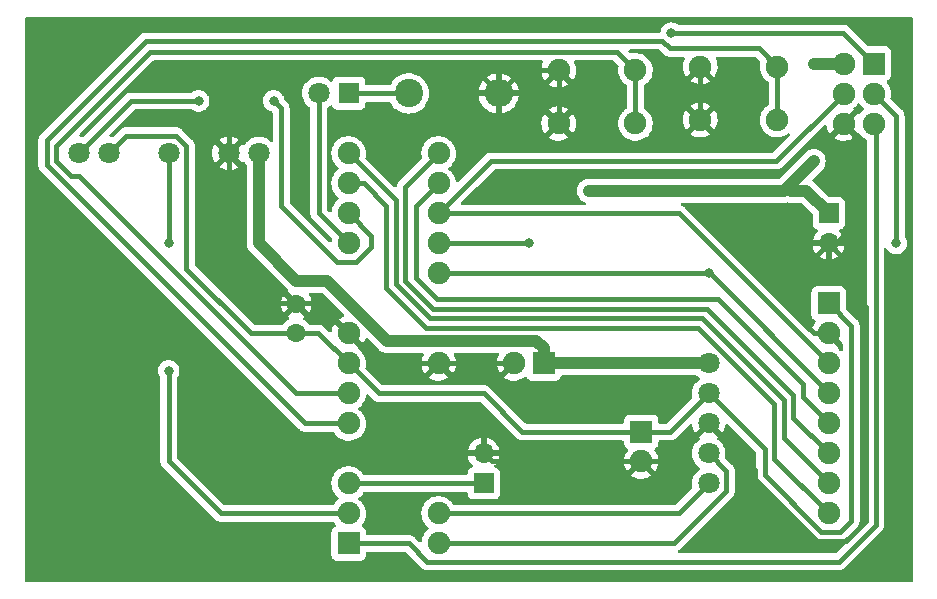
<source format=gbr>
%TF.GenerationSoftware,KiCad,Pcbnew,6.0.2-378541a8eb~116~ubuntu20.04.1*%
%TF.CreationDate,2022-02-25T21:41:06-08:00*%
%TF.ProjectId,epaper_clock,65706170-6572-45f6-936c-6f636b2e6b69,rev?*%
%TF.SameCoordinates,PX3c8eee0PY52f7038*%
%TF.FileFunction,Copper,L1,Top*%
%TF.FilePolarity,Positive*%
%FSLAX46Y46*%
G04 Gerber Fmt 4.6, Leading zero omitted, Abs format (unit mm)*
G04 Created by KiCad (PCBNEW 6.0.2-378541a8eb~116~ubuntu20.04.1) date 2022-02-25 21:41:06*
%MOMM*%
%LPD*%
G01*
G04 APERTURE LIST*
%TA.AperFunction,ComponentPad*%
%ADD10C,1.900000*%
%TD*%
%TA.AperFunction,ComponentPad*%
%ADD11R,1.900000X1.900000*%
%TD*%
%TA.AperFunction,ComponentPad*%
%ADD12C,1.800000*%
%TD*%
%TA.AperFunction,ComponentPad*%
%ADD13R,1.700000X1.700000*%
%TD*%
%TA.AperFunction,ComponentPad*%
%ADD14O,1.700000X1.700000*%
%TD*%
%TA.AperFunction,ComponentPad*%
%ADD15R,1.800000X1.800000*%
%TD*%
%TA.AperFunction,ComponentPad*%
%ADD16C,2.400000*%
%TD*%
%TA.AperFunction,ComponentPad*%
%ADD17O,2.400000X2.400000*%
%TD*%
%TA.AperFunction,ComponentPad*%
%ADD18C,1.600000*%
%TD*%
%TA.AperFunction,ViaPad*%
%ADD19C,0.800000*%
%TD*%
%TA.AperFunction,Conductor*%
%ADD20C,0.400000*%
%TD*%
%TA.AperFunction,Conductor*%
%ADD21C,1.000000*%
%TD*%
G04 APERTURE END LIST*
D10*
%TO.P,SW2,1,1*%
%TO.N,/BUT_B*%
X52220000Y-5025000D03*
%TO.P,SW2,2,2*%
%TO.N,GND*%
X45720000Y-5025000D03*
%TO.P,SW2,3,3*%
%TO.N,/BUT_B*%
X52220000Y-9525000D03*
%TO.P,SW2,4,4*%
%TO.N,GND*%
X45720000Y-9525000D03*
%TD*%
D11*
%TO.P,J2,1,Pin_1*%
%TO.N,/MISO*%
X72390000Y-4460000D03*
D10*
%TO.P,J2,2,Pin_2*%
%TO.N,/VBAT*%
X69850000Y-4460000D03*
%TO.P,J2,3,Pin_3*%
%TO.N,/SCK*%
X72390000Y-7000000D03*
%TO.P,J2,4,Pin_4*%
%TO.N,/MOSI*%
X69850000Y-7000000D03*
%TO.P,J2,5,Pin_5*%
%TO.N,/M_RST*%
X72390000Y-9540000D03*
%TO.P,J2,6,Pin_6*%
%TO.N,GND*%
X69850000Y-9540000D03*
%TD*%
D12*
%TO.P,U5,2,EN*%
%TO.N,/EN*%
X5080000Y-12065000D03*
%TO.P,U5,3,VBAT*%
%TO.N,/3.3V*%
X7620000Y-12065000D03*
%TO.P,U5,5,TX*%
%TO.N,/RXI*%
X12700000Y-12065000D03*
%TO.P,U5,7,GND*%
%TO.N,GND*%
X17780000Y-12065000D03*
%TO.P,U5,8,VIN*%
%TO.N,/VBAT*%
X20320000Y-12065000D03*
%TD*%
D13*
%TO.P,J3,1,Pin_1*%
%TO.N,/TXD*%
X39370000Y-40005000D03*
D14*
%TO.P,J3,2,Pin_2*%
%TO.N,GND*%
X39370000Y-37465000D03*
%TD*%
D12*
%TO.P,U3,1,VIN*%
%TO.N,/VBAT*%
X58420000Y-29845000D03*
%TO.P,U3,2,3Vo*%
%TO.N,/3.3V*%
X58420000Y-32385000D03*
%TO.P,U3,3,GND*%
%TO.N,GND*%
X58420000Y-34925000D03*
%TO.P,U3,4,SCL*%
%TO.N,/SCL*%
X58420000Y-37465000D03*
%TO.P,U3,5,SDA*%
%TO.N,/SDA*%
X58420000Y-40005000D03*
%TD*%
D15*
%TO.P,D1,1,K*%
%TO.N,Net-(D1-Pad1)*%
X27940000Y-6985000D03*
D12*
%TO.P,D1,2,A*%
%TO.N,Net-(D1-Pad2)*%
X25400000Y-6985000D03*
%TD*%
D16*
%TO.P,R1,1*%
%TO.N,Net-(D1-Pad1)*%
X33020000Y-6985000D03*
D17*
%TO.P,R1,2*%
%TO.N,GND*%
X40640000Y-6985000D03*
%TD*%
D10*
%TO.P,SW1,1,1*%
%TO.N,/BUT_A*%
X64210000Y-4735000D03*
%TO.P,SW1,2,2*%
%TO.N,GND*%
X57710000Y-4735000D03*
%TO.P,SW1,3,3*%
%TO.N,/BUT_A*%
X64210000Y-9235000D03*
%TO.P,SW1,4,4*%
%TO.N,GND*%
X57710000Y-9235000D03*
%TD*%
D18*
%TO.P,C1,1*%
%TO.N,/3.3V*%
X23495000Y-27305000D03*
%TO.P,C1,2*%
%TO.N,GND*%
X23495000Y-24805000D03*
%TD*%
D11*
%TO.P,U4,1,VCC*%
%TO.N,/3.3V*%
X68580000Y-24765000D03*
D10*
%TO.P,U4,2,GND*%
%TO.N,GND*%
X68580000Y-27305000D03*
%TO.P,U4,3,DIN*%
%TO.N,/MOSI*%
X68580000Y-29845000D03*
%TO.P,U4,4,CLK*%
%TO.N,/SCK*%
X68580000Y-32385000D03*
%TO.P,U4,5,CS*%
%TO.N,/CS*%
X68580000Y-34925000D03*
%TO.P,U4,6,DC*%
%TO.N,/DC*%
X68580000Y-37465000D03*
%TO.P,U4,7,RST*%
%TO.N,/E_RST*%
X68580000Y-40005000D03*
%TO.P,U4,8,BUSY*%
%TO.N,/BUSY*%
X68580000Y-42545000D03*
%TD*%
D11*
%TO.P,C3,1*%
%TO.N,/VBAT*%
X44450000Y-29845000D03*
D10*
%TO.P,C3,2*%
%TO.N,GND*%
X41950000Y-29845000D03*
%TD*%
D11*
%TO.P,C2,1*%
%TO.N,/3.3V*%
X52705000Y-35647621D03*
D10*
%TO.P,C2,2*%
%TO.N,GND*%
X52705000Y-38147621D03*
%TD*%
D11*
%TO.P,U1,1,~{RESET}/PC6*%
%TO.N,/M_RST*%
X27940000Y-45085000D03*
D10*
%TO.P,U1,2,PD0*%
%TO.N,/RXI*%
X27940000Y-42545000D03*
%TO.P,U1,3,PD1*%
%TO.N,/TXD*%
X27940000Y-40005000D03*
%TO.P,U1,5,PD3*%
%TO.N,/BUT_A*%
X27940000Y-34925000D03*
%TO.P,U1,6,PD4*%
%TO.N,/BUT_B*%
X27940000Y-32385000D03*
%TO.P,U1,7,VCC*%
%TO.N,/3.3V*%
X27940000Y-29845000D03*
%TO.P,U1,8,GND*%
%TO.N,GND*%
X27940000Y-27305000D03*
%TO.P,U1,11,PD5*%
%TO.N,Net-(D1-Pad2)*%
X27940000Y-19685000D03*
%TO.P,U1,12,PD6*%
%TO.N,/EN*%
X27940000Y-17145000D03*
%TO.P,U1,13,PD7*%
%TO.N,/BUSY*%
X27940000Y-14605000D03*
%TO.P,U1,14,PB0*%
%TO.N,/E_RST*%
X27940000Y-12065000D03*
%TO.P,U1,15,PB1*%
%TO.N,/DC*%
X35560000Y-12065000D03*
%TO.P,U1,16,PB2*%
%TO.N,/CS*%
X35560000Y-14605000D03*
%TO.P,U1,17,PB3*%
%TO.N,/MOSI*%
X35560000Y-17145000D03*
%TO.P,U1,18,PB4*%
%TO.N,/MISO*%
X35560000Y-19685000D03*
%TO.P,U1,19,PB5*%
%TO.N,/SCK*%
X35560000Y-22225000D03*
%TO.P,U1,22,GND*%
%TO.N,GND*%
X35560000Y-29845000D03*
%TO.P,U1,27,PC4*%
%TO.N,/SDA*%
X35560000Y-42545000D03*
%TO.P,U1,28,PC5*%
%TO.N,/SCL*%
X35560000Y-45085000D03*
%TD*%
D13*
%TO.P,J1,1,Pin_1*%
%TO.N,/VBAT*%
X68580000Y-17145000D03*
D14*
%TO.P,J1,2,Pin_2*%
%TO.N,GND*%
X68580000Y-19685000D03*
%TD*%
D19*
%TO.N,/RXI*%
X12700000Y-30480000D03*
X12700000Y-19685000D03*
%TO.N,GND*%
X39370000Y-34925000D03*
X39370000Y-30480000D03*
%TO.N,/EN*%
X21590000Y-7620000D03*
X15240000Y-7620000D03*
%TO.N,/MISO*%
X43180000Y-19685000D03*
X55245000Y-1876469D03*
%TO.N,/SCK*%
X74295000Y-19685000D03*
X58420000Y-22225000D03*
%TO.N,/VBAT*%
X67310000Y-12700000D03*
X48260000Y-15240000D03*
X48260000Y-29845000D03*
X67310000Y-4445000D03*
%TD*%
D20*
%TO.N,/M_RST*%
X72554520Y-43371864D02*
X72554520Y-9699520D01*
X33020000Y-45085000D02*
X34569511Y-46634511D01*
X34569511Y-46634511D02*
X69431181Y-46634511D01*
X27940000Y-45085000D02*
X33020000Y-45085000D01*
X72554520Y-9699520D02*
X72395000Y-9540000D01*
X69431181Y-46634511D02*
X72554520Y-43511172D01*
%TO.N,/RXI*%
X12700000Y-38100000D02*
X12700000Y-30480000D01*
X27940000Y-42545000D02*
X17145000Y-42545000D01*
X17145000Y-42545000D02*
X12700000Y-38100000D01*
X12700000Y-19685000D02*
X12700000Y-12065000D01*
%TO.N,Net-(D1-Pad2)*%
X25400000Y-17145000D02*
X25400000Y-6985000D01*
X27940000Y-19685000D02*
X25400000Y-17145000D01*
%TO.N,/BUT_A*%
X62650000Y-3175000D02*
X64210000Y-4735000D01*
X2375480Y-13031172D02*
X2375480Y-10959520D01*
X54495008Y-2540000D02*
X55130008Y-3175000D01*
X24269308Y-34925000D02*
X2375480Y-13031172D01*
X27940000Y-34925000D02*
X24269308Y-34925000D01*
X55130008Y-3175000D02*
X62650000Y-3175000D01*
X64210000Y-4735000D02*
X64210000Y-9235000D01*
X10795000Y-2540000D02*
X54495008Y-2540000D01*
X2375480Y-10959520D02*
X10795000Y-2540000D01*
%TO.N,/BUT_B*%
X4445000Y-13970000D02*
X3175000Y-12700000D01*
X3175000Y-11430000D02*
X11129511Y-3475489D01*
X5080000Y-13970000D02*
X4445000Y-13970000D01*
X23495000Y-32385000D02*
X5080000Y-13970000D01*
X3175000Y-12700000D02*
X3175000Y-11430000D01*
X11129511Y-3475489D02*
X50670489Y-3475489D01*
X50670489Y-3475489D02*
X52220000Y-5025000D01*
X52220000Y-5025000D02*
X52220000Y-9525000D01*
X27940000Y-32385000D02*
X23495000Y-32385000D01*
%TO.N,/3.3V*%
X52705000Y-35647621D02*
X42632621Y-35647621D01*
X67938170Y-44094511D02*
X69570489Y-44094511D01*
X39370000Y-32385000D02*
X30480000Y-32385000D01*
X58420000Y-32385000D02*
X55157379Y-35647621D01*
X25360000Y-27265000D02*
X27940000Y-29845000D01*
X58420000Y-32385000D02*
X63170960Y-37135960D01*
X63170960Y-37135960D02*
X63170960Y-39327301D01*
X14199511Y-21819511D02*
X14199511Y-11443881D01*
X70485000Y-26670000D02*
X68580000Y-24765000D01*
X24130000Y-27265000D02*
X25360000Y-27265000D01*
X14199511Y-11443881D02*
X13321119Y-10565489D01*
X42632621Y-35647621D02*
X39370000Y-32385000D01*
X19645000Y-27265000D02*
X14199511Y-21819511D01*
X13321119Y-10565489D02*
X9119511Y-10565489D01*
X69570489Y-44094511D02*
X70485000Y-43180000D01*
X70485000Y-43180000D02*
X70485000Y-26670000D01*
X63170960Y-39327301D02*
X67938170Y-44094511D01*
X30480000Y-32385000D02*
X27940000Y-29845000D01*
X55157379Y-35647621D02*
X52705000Y-35647621D01*
X9119511Y-10565489D02*
X7620000Y-12065000D01*
X24130000Y-27265000D02*
X19645000Y-27265000D01*
%TO.N,GND*%
X47625000Y-11430000D02*
X55515000Y-11430000D01*
X66675000Y-21590000D02*
X66675000Y-26670000D01*
X57710000Y-4735000D02*
X57710000Y-9235000D01*
X69728533Y-23014511D02*
X69728533Y-20833533D01*
X17780000Y-8255000D02*
X21590000Y-4445000D01*
X67606998Y-44894031D02*
X70040969Y-44894031D01*
X24130000Y-24765000D02*
X25400000Y-24765000D01*
X62371440Y-38876440D02*
X62371440Y-39658473D01*
X69855000Y-9540000D02*
X70705000Y-10390000D01*
X67310000Y-27305000D02*
X68580000Y-27305000D01*
X39370000Y-29845000D02*
X41950000Y-29845000D01*
X35560000Y-29845000D02*
X38735000Y-29845000D01*
X58420000Y-34925000D02*
X55197379Y-38147621D01*
X68580000Y-19685000D02*
X66675000Y-21590000D01*
X70705000Y-10390000D02*
X70705000Y-18195000D01*
X40052621Y-38147621D02*
X39370000Y-37465000D01*
X40640000Y-6985000D02*
X42600000Y-5025000D01*
X39370000Y-34925000D02*
X39370000Y-37465000D01*
X71755000Y-25040978D02*
X69728533Y-23014511D01*
X45720000Y-9525000D02*
X47625000Y-11430000D01*
X55197379Y-38147621D02*
X52705000Y-38147621D01*
X19050000Y-24765000D02*
X17780000Y-23495000D01*
X30480000Y-29845000D02*
X35560000Y-29845000D01*
X58420000Y-34925000D02*
X62371440Y-38876440D01*
X17780000Y-19685000D02*
X17780000Y-12065000D01*
X17780000Y-12065000D02*
X17780000Y-8255000D01*
X39370000Y-30480000D02*
X39370000Y-29845000D01*
X38735000Y-29845000D02*
X39370000Y-29845000D01*
X71755000Y-43180000D02*
X71755000Y-25040978D01*
X70040969Y-44894031D02*
X71755000Y-43180000D01*
X69215000Y-19685000D02*
X68580000Y-19685000D01*
X24130000Y-24765000D02*
X19050000Y-24765000D01*
X42600000Y-5025000D02*
X45720000Y-5025000D01*
X22860000Y-4445000D02*
X38100000Y-4445000D01*
X52705000Y-38147621D02*
X40052621Y-38147621D01*
X69728533Y-20833533D02*
X68580000Y-19685000D01*
X38100000Y-4445000D02*
X40640000Y-6985000D01*
X17780000Y-23495000D02*
X17780000Y-19685000D01*
X25400000Y-24765000D02*
X27940000Y-27305000D01*
X21744989Y-4445000D02*
X22860000Y-4445000D01*
X62371440Y-39658473D02*
X67606998Y-44894031D01*
X45720000Y-5025000D02*
X45720000Y-9525000D01*
X55515000Y-11430000D02*
X57710000Y-9235000D01*
X70705000Y-18195000D02*
X69215000Y-19685000D01*
X66675000Y-26670000D02*
X67310000Y-27305000D01*
X27940000Y-27305000D02*
X30480000Y-29845000D01*
%TO.N,/EN*%
X9525000Y-7620000D02*
X5080000Y-12065000D01*
X22225000Y-16510000D02*
X22225000Y-10795000D01*
X22225000Y-8255000D02*
X21590000Y-7620000D01*
X29845000Y-19050000D02*
X29845000Y-19971341D01*
X15240000Y-7620000D02*
X9525000Y-7620000D01*
X29845000Y-19971341D02*
X28581830Y-21234511D01*
X27940000Y-17145000D02*
X29845000Y-19050000D01*
X22225000Y-10795000D02*
X22225000Y-8255000D01*
X28581830Y-21234511D02*
X26949511Y-21234511D01*
X26949511Y-21234511D02*
X22225000Y-16510000D01*
%TO.N,Net-(D1-Pad1)*%
X27940000Y-6985000D02*
X33020000Y-6985000D01*
%TO.N,/BUSY*%
X34460480Y-26840480D02*
X57536110Y-26840480D01*
X68580000Y-42545000D02*
X63970480Y-37935480D01*
X31115000Y-23495000D02*
X31115000Y-16510000D01*
X63970480Y-37935480D02*
X63970480Y-33274850D01*
X27940000Y-14605000D02*
X29210000Y-14605000D01*
X57536110Y-26840480D02*
X63970480Y-33274850D01*
X29210000Y-14605000D02*
X31115000Y-16510000D01*
X34460480Y-26840480D02*
X31115000Y-23495000D01*
%TO.N,/E_RST*%
X68580000Y-40005000D02*
X64770000Y-36195000D01*
X34785692Y-26035000D02*
X31914520Y-23163828D01*
X31914520Y-16039520D02*
X31750000Y-15875000D01*
X57861322Y-26035000D02*
X34785692Y-26035000D01*
X31914520Y-23163828D02*
X31914520Y-16039520D01*
X64770000Y-32943678D02*
X57861322Y-26035000D01*
X64770000Y-36195000D02*
X64770000Y-32943678D01*
X27940000Y-12065000D02*
X31750000Y-15875000D01*
%TO.N,/DC*%
X65569520Y-32549520D02*
X58255480Y-25235480D01*
X65569520Y-32549520D02*
X65569520Y-34454520D01*
X35116864Y-25235480D02*
X32714040Y-22832656D01*
X58255480Y-25235480D02*
X35116864Y-25235480D01*
X65569520Y-34454520D02*
X68580000Y-37465000D01*
X32714040Y-14910960D02*
X35560000Y-12065000D01*
X32714040Y-22832656D02*
X32714040Y-14910960D01*
%TO.N,/CS*%
X59196440Y-24435960D02*
X35448036Y-24435960D01*
X35448036Y-24435960D02*
X33655000Y-22642924D01*
X66369040Y-31608560D02*
X59196440Y-24435960D01*
X33655000Y-22642924D02*
X33655000Y-16510000D01*
X33655000Y-16510000D02*
X35560000Y-14605000D01*
X68580000Y-34925000D02*
X66369040Y-32714040D01*
X66369040Y-32714040D02*
X66369040Y-31608560D01*
%TO.N,/MOSI*%
X40005000Y-12700000D02*
X35560000Y-17145000D01*
X64155000Y-12700000D02*
X40005000Y-12700000D01*
X35560000Y-17145000D02*
X55880000Y-17145000D01*
X55880000Y-17145000D02*
X68580000Y-29845000D01*
X69855000Y-7000000D02*
X64155000Y-12700000D01*
%TO.N,/MISO*%
X55245000Y-1876469D02*
X69811469Y-1876469D01*
X69811469Y-1876469D02*
X72395000Y-4460000D01*
X35560000Y-19685000D02*
X43180000Y-19685000D01*
%TO.N,/SCK*%
X58490710Y-22225000D02*
X68580000Y-32314290D01*
X41910000Y-22225000D02*
X58420000Y-22225000D01*
X35560000Y-22225000D02*
X41910000Y-22225000D01*
X58420000Y-22225000D02*
X58490710Y-22225000D01*
X74295000Y-8900000D02*
X72395000Y-7000000D01*
X68580000Y-32314290D02*
X68580000Y-32385000D01*
X74295000Y-19685000D02*
X74295000Y-8900000D01*
%TO.N,/SDA*%
X35560000Y-42545000D02*
X55880000Y-42545000D01*
X55880000Y-42545000D02*
X58420000Y-40005000D01*
%TO.N,/SCL*%
X59919511Y-38964511D02*
X58420000Y-37465000D01*
X59919511Y-40626119D02*
X59919511Y-38964511D01*
X55460630Y-45085000D02*
X59919511Y-40626119D01*
X35560000Y-45085000D02*
X55460630Y-45085000D01*
D21*
%TO.N,/VBAT*%
X66675000Y-15240000D02*
X68580000Y-17145000D01*
X20320000Y-12065000D02*
X20320000Y-19685000D01*
X48260000Y-29845000D02*
X44450000Y-29845000D01*
X48260000Y-29845000D02*
X58420000Y-29845000D01*
X65405000Y-15240000D02*
X66675000Y-15240000D01*
D20*
X64770000Y-15240000D02*
X65405000Y-15240000D01*
D21*
X43815000Y-27940000D02*
X44450000Y-28575000D01*
X20320000Y-19685000D02*
X23495000Y-22860000D01*
X69855000Y-4460000D02*
X67325000Y-4460000D01*
X23495000Y-22860000D02*
X26110605Y-22860000D01*
D20*
X67325000Y-4460000D02*
X67310000Y-4445000D01*
D21*
X26110605Y-22860000D02*
X31190605Y-27940000D01*
X48260000Y-15240000D02*
X64770000Y-15240000D01*
X31190605Y-27940000D02*
X43815000Y-27940000D01*
X67310000Y-12700000D02*
X64770000Y-15240000D01*
X44450000Y-28575000D02*
X44450000Y-29845000D01*
D20*
%TO.N,/TXD*%
X27940000Y-40005000D02*
X39370000Y-40005000D01*
%TD*%
%TA.AperFunction,Conductor*%
%TO.N,GND*%
G36*
X75634121Y-528002D02*
G01*
X75680614Y-581658D01*
X75692000Y-634000D01*
X75692000Y-48261000D01*
X75671998Y-48329121D01*
X75618342Y-48375614D01*
X75566000Y-48387000D01*
X634000Y-48387000D01*
X565879Y-48366998D01*
X519386Y-48313342D01*
X508000Y-48261000D01*
X508000Y-13068524D01*
X1662755Y-13068524D01*
X1664060Y-13076001D01*
X1664060Y-13076002D01*
X1673741Y-13131471D01*
X1674703Y-13137993D01*
X1682378Y-13201414D01*
X1685061Y-13208515D01*
X1685702Y-13211124D01*
X1690165Y-13227434D01*
X1690930Y-13229970D01*
X1692237Y-13237456D01*
X1707200Y-13271541D01*
X1717922Y-13295967D01*
X1720413Y-13302071D01*
X1742993Y-13361828D01*
X1747297Y-13368091D01*
X1748534Y-13370457D01*
X1756779Y-13385269D01*
X1758112Y-13387523D01*
X1761165Y-13394477D01*
X1795802Y-13439615D01*
X1800059Y-13445163D01*
X1803939Y-13450504D01*
X1835819Y-13496892D01*
X1835824Y-13496897D01*
X1840123Y-13503153D01*
X1845793Y-13508204D01*
X1845794Y-13508206D01*
X1886650Y-13544607D01*
X1891926Y-13549588D01*
X23747865Y-35405528D01*
X23753719Y-35411793D01*
X23778450Y-35440142D01*
X23791747Y-35455385D01*
X23844037Y-35492136D01*
X23849279Y-35496028D01*
X23899590Y-35535476D01*
X23906509Y-35538600D01*
X23908801Y-35539988D01*
X23923473Y-35548357D01*
X23925833Y-35549622D01*
X23932047Y-35553990D01*
X23939126Y-35556750D01*
X23939128Y-35556751D01*
X23991583Y-35577202D01*
X23997652Y-35579753D01*
X24055881Y-35606045D01*
X24063354Y-35607430D01*
X24065920Y-35608234D01*
X24082143Y-35612855D01*
X24084735Y-35613520D01*
X24091817Y-35616282D01*
X24099352Y-35617274D01*
X24155169Y-35624622D01*
X24161685Y-35625654D01*
X24200078Y-35632770D01*
X24224494Y-35637295D01*
X24232074Y-35636858D01*
X24232075Y-35636858D01*
X24286688Y-35633709D01*
X24293941Y-35633500D01*
X26592945Y-35633500D01*
X26661066Y-35653502D01*
X26700378Y-35693666D01*
X26756312Y-35784943D01*
X26756317Y-35784950D01*
X26759014Y-35789351D01*
X26916043Y-35970630D01*
X27100571Y-36123828D01*
X27307643Y-36244831D01*
X27312468Y-36246673D01*
X27312469Y-36246674D01*
X27354186Y-36262604D01*
X27531697Y-36330389D01*
X27536763Y-36331420D01*
X27536764Y-36331420D01*
X27582490Y-36340723D01*
X27766716Y-36378204D01*
X27902264Y-36383174D01*
X28001225Y-36386803D01*
X28001229Y-36386803D01*
X28006389Y-36386992D01*
X28011509Y-36386336D01*
X28011511Y-36386336D01*
X28239151Y-36357175D01*
X28239152Y-36357175D01*
X28244279Y-36356518D01*
X28273761Y-36347673D01*
X28469042Y-36289086D01*
X28469047Y-36289084D01*
X28473997Y-36287599D01*
X28689374Y-36182087D01*
X28693579Y-36179087D01*
X28693585Y-36179084D01*
X28806472Y-36098562D01*
X28884627Y-36042815D01*
X29054511Y-35873523D01*
X29194463Y-35678758D01*
X29206946Y-35653502D01*
X29298433Y-35468392D01*
X29298434Y-35468390D01*
X29300727Y-35463750D01*
X29370447Y-35234274D01*
X29401752Y-34996492D01*
X29401834Y-34993142D01*
X29403417Y-34928365D01*
X29403417Y-34928361D01*
X29403499Y-34925000D01*
X29392631Y-34792808D01*
X29384271Y-34691124D01*
X29384270Y-34691118D01*
X29383847Y-34685973D01*
X29345871Y-34534783D01*
X29326679Y-34458375D01*
X29326678Y-34458371D01*
X29325420Y-34453364D01*
X29323364Y-34448634D01*
X29323361Y-34448627D01*
X29231847Y-34238159D01*
X29231845Y-34238156D01*
X29229787Y-34233422D01*
X29206843Y-34197955D01*
X29102325Y-34036396D01*
X29102323Y-34036393D01*
X29099515Y-34032053D01*
X29070580Y-34000253D01*
X28941582Y-33858487D01*
X28941580Y-33858486D01*
X28938104Y-33854665D01*
X28934053Y-33851466D01*
X28934049Y-33851462D01*
X28810333Y-33753757D01*
X28769270Y-33695840D01*
X28766038Y-33624917D01*
X28801664Y-33563505D01*
X28815257Y-33552296D01*
X28880423Y-33505814D01*
X28880425Y-33505812D01*
X28884627Y-33502815D01*
X29054511Y-33333523D01*
X29072424Y-33308595D01*
X29191445Y-33142958D01*
X29194463Y-33138758D01*
X29198592Y-33130405D01*
X29298433Y-32928392D01*
X29298434Y-32928390D01*
X29300727Y-32923750D01*
X29370447Y-32694274D01*
X29385593Y-32579230D01*
X29414315Y-32514302D01*
X29473581Y-32475211D01*
X29544572Y-32474366D01*
X29599610Y-32506581D01*
X29958557Y-32865528D01*
X29964411Y-32871793D01*
X30002439Y-32915385D01*
X30054729Y-32952136D01*
X30059971Y-32956028D01*
X30110282Y-32995476D01*
X30117201Y-32998600D01*
X30119493Y-32999988D01*
X30134165Y-33008357D01*
X30136525Y-33009622D01*
X30142739Y-33013990D01*
X30149818Y-33016750D01*
X30149820Y-33016751D01*
X30202275Y-33037202D01*
X30208344Y-33039753D01*
X30266573Y-33066045D01*
X30274046Y-33067430D01*
X30276612Y-33068234D01*
X30292835Y-33072855D01*
X30295427Y-33073520D01*
X30302509Y-33076282D01*
X30310044Y-33077274D01*
X30365861Y-33084622D01*
X30372377Y-33085654D01*
X30410770Y-33092770D01*
X30435186Y-33097295D01*
X30442766Y-33096858D01*
X30442767Y-33096858D01*
X30497380Y-33093709D01*
X30504633Y-33093500D01*
X39024340Y-33093500D01*
X39092461Y-33113502D01*
X39113435Y-33130405D01*
X42111171Y-36128141D01*
X42117025Y-36134406D01*
X42155060Y-36178006D01*
X42196616Y-36207212D01*
X42207340Y-36214749D01*
X42212635Y-36218682D01*
X42262903Y-36258097D01*
X42269819Y-36261220D01*
X42272105Y-36262604D01*
X42286786Y-36270978D01*
X42289146Y-36272243D01*
X42295360Y-36276611D01*
X42302439Y-36279371D01*
X42302441Y-36279372D01*
X42317697Y-36285320D01*
X42346935Y-36296719D01*
X42354896Y-36299823D01*
X42360965Y-36302374D01*
X42419194Y-36328666D01*
X42426661Y-36330050D01*
X42429216Y-36330851D01*
X42445469Y-36335480D01*
X42448049Y-36336143D01*
X42455130Y-36338903D01*
X42462661Y-36339894D01*
X42462663Y-36339895D01*
X42492282Y-36343794D01*
X42518482Y-36347243D01*
X42524980Y-36348273D01*
X42587807Y-36359917D01*
X42595387Y-36359480D01*
X42595388Y-36359480D01*
X42650013Y-36356330D01*
X42657267Y-36356121D01*
X51120500Y-36356121D01*
X51188621Y-36376123D01*
X51235114Y-36429779D01*
X51246500Y-36482121D01*
X51246500Y-36645755D01*
X51253255Y-36707937D01*
X51304385Y-36844326D01*
X51391739Y-36960882D01*
X51508295Y-37048236D01*
X51516700Y-37051387D01*
X51519376Y-37052852D01*
X51569522Y-37103111D01*
X51584536Y-37172502D01*
X51562956Y-37234376D01*
X51435845Y-37420715D01*
X51430756Y-37429674D01*
X51334163Y-37637766D01*
X51330606Y-37647434D01*
X51269299Y-37868500D01*
X51267368Y-37878620D01*
X51242989Y-38106744D01*
X51242737Y-38117033D01*
X51255944Y-38346072D01*
X51257377Y-38356274D01*
X51307810Y-38580063D01*
X51310898Y-38589916D01*
X51397204Y-38802461D01*
X51401852Y-38811662D01*
X51498736Y-38969764D01*
X51509192Y-38979225D01*
X51517970Y-38975441D01*
X52615905Y-37877506D01*
X52678217Y-37843480D01*
X52749032Y-37848545D01*
X52794095Y-37877506D01*
X53887130Y-38970541D01*
X53899141Y-38977100D01*
X53910880Y-38968132D01*
X53956012Y-38905323D01*
X53961327Y-38896478D01*
X54062966Y-38690827D01*
X54066765Y-38681232D01*
X54133453Y-38461741D01*
X54135632Y-38451660D01*
X54165813Y-38222410D01*
X54166332Y-38215735D01*
X54167915Y-38150985D01*
X54167721Y-38144268D01*
X54148776Y-37913827D01*
X54147093Y-37903665D01*
X54091204Y-37681160D01*
X54087883Y-37671405D01*
X53996409Y-37461031D01*
X53991531Y-37451933D01*
X53866926Y-37259323D01*
X53860641Y-37251161D01*
X53857931Y-37248183D01*
X53826876Y-37184338D01*
X53835268Y-37113839D01*
X53880443Y-37059069D01*
X53890610Y-37052860D01*
X53893302Y-37051386D01*
X53901705Y-37048236D01*
X54018261Y-36960882D01*
X54105615Y-36844326D01*
X54156745Y-36707937D01*
X54163500Y-36645755D01*
X54163500Y-36482121D01*
X54183502Y-36414000D01*
X54237158Y-36367507D01*
X54289500Y-36356121D01*
X55128467Y-36356121D01*
X55137037Y-36356413D01*
X55187155Y-36359830D01*
X55187159Y-36359830D01*
X55194731Y-36360346D01*
X55202208Y-36359041D01*
X55202209Y-36359041D01*
X55228687Y-36354420D01*
X55257682Y-36349359D01*
X55264200Y-36348398D01*
X55327621Y-36340723D01*
X55334722Y-36338040D01*
X55337331Y-36337399D01*
X55353641Y-36332936D01*
X55356177Y-36332171D01*
X55363663Y-36330864D01*
X55422179Y-36305177D01*
X55428283Y-36302686D01*
X55480927Y-36282794D01*
X55480928Y-36282793D01*
X55488035Y-36280108D01*
X55494298Y-36275804D01*
X55496664Y-36274567D01*
X55511476Y-36266322D01*
X55513730Y-36264989D01*
X55520684Y-36261936D01*
X55571381Y-36223034D01*
X55576711Y-36219162D01*
X55623099Y-36187282D01*
X55623104Y-36187277D01*
X55629360Y-36182978D01*
X55670815Y-36136450D01*
X55675795Y-36131175D01*
X56803920Y-35003050D01*
X56866232Y-34969024D01*
X56937047Y-34974089D01*
X56993883Y-35016636D01*
X57018806Y-35084892D01*
X57020627Y-35116469D01*
X57022061Y-35126670D01*
X57070685Y-35342439D01*
X57073773Y-35352292D01*
X57156986Y-35557220D01*
X57161634Y-35566421D01*
X57250097Y-35710781D01*
X57260553Y-35720242D01*
X57269331Y-35716458D01*
X58330905Y-34654885D01*
X58393217Y-34620859D01*
X58464033Y-34625924D01*
X58509095Y-34654885D01*
X59566303Y-35712092D01*
X59578314Y-35718651D01*
X59590052Y-35709684D01*
X59628010Y-35656859D01*
X59633321Y-35648020D01*
X59731318Y-35449737D01*
X59735117Y-35440142D01*
X59799415Y-35228517D01*
X59801594Y-35218436D01*
X59820581Y-35074217D01*
X59849303Y-35009290D01*
X59908569Y-34970198D01*
X59979560Y-34969353D01*
X60034598Y-35001568D01*
X62425555Y-37392525D01*
X62459581Y-37454837D01*
X62462460Y-37481620D01*
X62462460Y-39298389D01*
X62462168Y-39306959D01*
X62459027Y-39353042D01*
X62458235Y-39364653D01*
X62459540Y-39372130D01*
X62459540Y-39372131D01*
X62469221Y-39427600D01*
X62470183Y-39434122D01*
X62477858Y-39497543D01*
X62480541Y-39504644D01*
X62481182Y-39507253D01*
X62485645Y-39523563D01*
X62486410Y-39526099D01*
X62487717Y-39533585D01*
X62496008Y-39552471D01*
X62513402Y-39592096D01*
X62515893Y-39598200D01*
X62538473Y-39657957D01*
X62542777Y-39664220D01*
X62544014Y-39666586D01*
X62552259Y-39681398D01*
X62553592Y-39683652D01*
X62556645Y-39690606D01*
X62591404Y-39735903D01*
X62595539Y-39741292D01*
X62599419Y-39746633D01*
X62631299Y-39793021D01*
X62631304Y-39793026D01*
X62635603Y-39799282D01*
X62641273Y-39804333D01*
X62641274Y-39804335D01*
X62682130Y-39840736D01*
X62687406Y-39845717D01*
X67416720Y-44575031D01*
X67422574Y-44581296D01*
X67460609Y-44624896D01*
X67512889Y-44661639D01*
X67518184Y-44665572D01*
X67568452Y-44704987D01*
X67575368Y-44708110D01*
X67577654Y-44709494D01*
X67592335Y-44717868D01*
X67594695Y-44719133D01*
X67600909Y-44723501D01*
X67607988Y-44726261D01*
X67607990Y-44726262D01*
X67660445Y-44746713D01*
X67666514Y-44749264D01*
X67724743Y-44775556D01*
X67732210Y-44776940D01*
X67734765Y-44777741D01*
X67751018Y-44782370D01*
X67753598Y-44783033D01*
X67760679Y-44785793D01*
X67768210Y-44786784D01*
X67768212Y-44786785D01*
X67797831Y-44790684D01*
X67824031Y-44794133D01*
X67830529Y-44795163D01*
X67893356Y-44806807D01*
X67900936Y-44806370D01*
X67900937Y-44806370D01*
X67955562Y-44803220D01*
X67962816Y-44803011D01*
X69541577Y-44803011D01*
X69550147Y-44803303D01*
X69600265Y-44806720D01*
X69600269Y-44806720D01*
X69607841Y-44807236D01*
X69615318Y-44805931D01*
X69615319Y-44805931D01*
X69641797Y-44801310D01*
X69670792Y-44796249D01*
X69677310Y-44795288D01*
X69740731Y-44787613D01*
X69747832Y-44784930D01*
X69750441Y-44784289D01*
X69766751Y-44779826D01*
X69769287Y-44779061D01*
X69776773Y-44777754D01*
X69835289Y-44752067D01*
X69841393Y-44749576D01*
X69894037Y-44729684D01*
X69894038Y-44729683D01*
X69901145Y-44726998D01*
X69907408Y-44722694D01*
X69909774Y-44721457D01*
X69924586Y-44713212D01*
X69926840Y-44711879D01*
X69933794Y-44708826D01*
X69984491Y-44669924D01*
X69989821Y-44666052D01*
X70036209Y-44634172D01*
X70036214Y-44634167D01*
X70042470Y-44629868D01*
X70083925Y-44583340D01*
X70088905Y-44578065D01*
X70965520Y-43701450D01*
X70971785Y-43695596D01*
X71009362Y-43662815D01*
X71015385Y-43657561D01*
X71052129Y-43605280D01*
X71056061Y-43599986D01*
X71090791Y-43555693D01*
X71095476Y-43549718D01*
X71098599Y-43542802D01*
X71099983Y-43540516D01*
X71108357Y-43525835D01*
X71109622Y-43523475D01*
X71113990Y-43517261D01*
X71137203Y-43457723D01*
X71139759Y-43451642D01*
X71146222Y-43437330D01*
X71166045Y-43393427D01*
X71167429Y-43385960D01*
X71168230Y-43383405D01*
X71172859Y-43367152D01*
X71173521Y-43364572D01*
X71176282Y-43357491D01*
X71184625Y-43294119D01*
X71185653Y-43287629D01*
X71197296Y-43224813D01*
X71193877Y-43165512D01*
X71193709Y-43162607D01*
X71193500Y-43155353D01*
X71193500Y-26698927D01*
X71193792Y-26690358D01*
X71197210Y-26640225D01*
X71197210Y-26640221D01*
X71197726Y-26632648D01*
X71186736Y-26569681D01*
X71185775Y-26563165D01*
X71178102Y-26499758D01*
X71175419Y-26492657D01*
X71174778Y-26490048D01*
X71170309Y-26473715D01*
X71169548Y-26471195D01*
X71168243Y-26463717D01*
X71165191Y-26456764D01*
X71142559Y-26405204D01*
X71140068Y-26399099D01*
X71120175Y-26346456D01*
X71120173Y-26346452D01*
X71117487Y-26339344D01*
X71113184Y-26333083D01*
X71111947Y-26330717D01*
X71103720Y-26315937D01*
X71102369Y-26313652D01*
X71099315Y-26306695D01*
X71094695Y-26300675D01*
X71094692Y-26300669D01*
X71060421Y-26256009D01*
X71056541Y-26250668D01*
X71024661Y-26204280D01*
X71024656Y-26204275D01*
X71020357Y-26198019D01*
X70992021Y-26172772D01*
X70973830Y-26156565D01*
X70968554Y-26151584D01*
X70075405Y-25258435D01*
X70041379Y-25196123D01*
X70038500Y-25169340D01*
X70038500Y-23766866D01*
X70031745Y-23704684D01*
X69980615Y-23568295D01*
X69893261Y-23451739D01*
X69776705Y-23364385D01*
X69640316Y-23313255D01*
X69578134Y-23306500D01*
X67581866Y-23306500D01*
X67519684Y-23313255D01*
X67383295Y-23364385D01*
X67266739Y-23451739D01*
X67179385Y-23568295D01*
X67128255Y-23704684D01*
X67121500Y-23766866D01*
X67121500Y-25763134D01*
X67128255Y-25825316D01*
X67179385Y-25961705D01*
X67266739Y-26078261D01*
X67383295Y-26165615D01*
X67391703Y-26168767D01*
X67402386Y-26172772D01*
X67459150Y-26215414D01*
X67483850Y-26281976D01*
X67468642Y-26351324D01*
X67449253Y-26377802D01*
X67446610Y-26380568D01*
X67440126Y-26388575D01*
X67310845Y-26578094D01*
X67305756Y-26587053D01*
X67209163Y-26795145D01*
X67205606Y-26804813D01*
X67144299Y-27025879D01*
X67142366Y-27036010D01*
X67134709Y-27107653D01*
X67107581Y-27173262D01*
X67049289Y-27213790D01*
X66978339Y-27216369D01*
X66920328Y-27183358D01*
X59689936Y-19952966D01*
X67248257Y-19952966D01*
X67278565Y-20087446D01*
X67281645Y-20097275D01*
X67361770Y-20294603D01*
X67366413Y-20303794D01*
X67477694Y-20485388D01*
X67483777Y-20493699D01*
X67623213Y-20654667D01*
X67630580Y-20661883D01*
X67794434Y-20797916D01*
X67802881Y-20803831D01*
X67986756Y-20911279D01*
X67996042Y-20915729D01*
X68195001Y-20991703D01*
X68204899Y-20994579D01*
X68308250Y-21015606D01*
X68322299Y-21014410D01*
X68326000Y-21004065D01*
X68326000Y-21003517D01*
X68834000Y-21003517D01*
X68838064Y-21017359D01*
X68851478Y-21019393D01*
X68858184Y-21018534D01*
X68868262Y-21016392D01*
X69072255Y-20955191D01*
X69081842Y-20951433D01*
X69273095Y-20857739D01*
X69281945Y-20852464D01*
X69455328Y-20728792D01*
X69463200Y-20722139D01*
X69614052Y-20571812D01*
X69620730Y-20563965D01*
X69745003Y-20391020D01*
X69750313Y-20382183D01*
X69844670Y-20191267D01*
X69848469Y-20181672D01*
X69910377Y-19977910D01*
X69912555Y-19967837D01*
X69913986Y-19956962D01*
X69911775Y-19942778D01*
X69898617Y-19939000D01*
X68852115Y-19939000D01*
X68836876Y-19943475D01*
X68835671Y-19944865D01*
X68834000Y-19952548D01*
X68834000Y-21003517D01*
X68326000Y-21003517D01*
X68326000Y-19957115D01*
X68321525Y-19941876D01*
X68320135Y-19940671D01*
X68312452Y-19939000D01*
X67263225Y-19939000D01*
X67249694Y-19942973D01*
X67248257Y-19952966D01*
X59689936Y-19952966D01*
X56401450Y-16664480D01*
X56395596Y-16658215D01*
X56375318Y-16634970D01*
X56357561Y-16614615D01*
X56305280Y-16577871D01*
X56299986Y-16573939D01*
X56255693Y-16539209D01*
X56249718Y-16534524D01*
X56242802Y-16531401D01*
X56240516Y-16530017D01*
X56225835Y-16521643D01*
X56223475Y-16520378D01*
X56217261Y-16516010D01*
X56210182Y-16513250D01*
X56210180Y-16513249D01*
X56157725Y-16492798D01*
X56151649Y-16490244D01*
X56149610Y-16489323D01*
X56095768Y-16443047D01*
X56075492Y-16375008D01*
X56095219Y-16306807D01*
X56148687Y-16260098D01*
X56201491Y-16248500D01*
X64708157Y-16248500D01*
X64721764Y-16249237D01*
X64753262Y-16252659D01*
X64753267Y-16252659D01*
X64759388Y-16253324D01*
X64785638Y-16251027D01*
X64809388Y-16248950D01*
X64814214Y-16248621D01*
X64816686Y-16248500D01*
X64819769Y-16248500D01*
X64831738Y-16247326D01*
X64862506Y-16244310D01*
X64863819Y-16244188D01*
X64908084Y-16240315D01*
X64956413Y-16236087D01*
X64961532Y-16234600D01*
X64966833Y-16234080D01*
X65050639Y-16208778D01*
X65125151Y-16209298D01*
X65194306Y-16231235D01*
X65200423Y-16231921D01*
X65200427Y-16231922D01*
X65273258Y-16240091D01*
X65348227Y-16248500D01*
X66205074Y-16248500D01*
X66273195Y-16268502D01*
X66294169Y-16285404D01*
X67184595Y-17175829D01*
X67218620Y-17238142D01*
X67221500Y-17264925D01*
X67221500Y-18043134D01*
X67228255Y-18105316D01*
X67279385Y-18241705D01*
X67366739Y-18358261D01*
X67483295Y-18445615D01*
X67491704Y-18448767D01*
X67491705Y-18448768D01*
X67600960Y-18489726D01*
X67657725Y-18532367D01*
X67682425Y-18598929D01*
X67667218Y-18668278D01*
X67647825Y-18694759D01*
X67524590Y-18823717D01*
X67518104Y-18831727D01*
X67398098Y-19007649D01*
X67393000Y-19016623D01*
X67303338Y-19209783D01*
X67299775Y-19219470D01*
X67244389Y-19419183D01*
X67245912Y-19427607D01*
X67258292Y-19431000D01*
X69898344Y-19431000D01*
X69911875Y-19427027D01*
X69913180Y-19417947D01*
X69871214Y-19250875D01*
X69867894Y-19241124D01*
X69782972Y-19045814D01*
X69778105Y-19036739D01*
X69662426Y-18857926D01*
X69656136Y-18849757D01*
X69512293Y-18691677D01*
X69481241Y-18627831D01*
X69489635Y-18557333D01*
X69534812Y-18502564D01*
X69561256Y-18488895D01*
X69668297Y-18448767D01*
X69676705Y-18445615D01*
X69793261Y-18358261D01*
X69880615Y-18241705D01*
X69931745Y-18105316D01*
X69938500Y-18043134D01*
X69938500Y-16246866D01*
X69931745Y-16184684D01*
X69880615Y-16048295D01*
X69793261Y-15931739D01*
X69676705Y-15844385D01*
X69540316Y-15793255D01*
X69478134Y-15786500D01*
X68699924Y-15786500D01*
X68631803Y-15766498D01*
X68610829Y-15749595D01*
X67431855Y-14570621D01*
X67422753Y-14560478D01*
X67402897Y-14535782D01*
X67399032Y-14530975D01*
X67360578Y-14498708D01*
X67356931Y-14495528D01*
X67355119Y-14493885D01*
X67352925Y-14491691D01*
X67319651Y-14464358D01*
X67318853Y-14463696D01*
X67247526Y-14403846D01*
X67244092Y-14401958D01*
X67239331Y-14398383D01*
X67238738Y-14397896D01*
X67239974Y-14396391D01*
X67200261Y-14348803D01*
X67191464Y-14278354D01*
X67226732Y-14209503D01*
X68058309Y-13377926D01*
X68152102Y-13263739D01*
X68232431Y-13113927D01*
X68242649Y-13094870D01*
X68242650Y-13094869D01*
X68245562Y-13089437D01*
X68303387Y-12900302D01*
X68309808Y-12837092D01*
X68322752Y-12709666D01*
X68322752Y-12709661D01*
X68323374Y-12703538D01*
X68305942Y-12519128D01*
X68305341Y-12512771D01*
X68305341Y-12512769D01*
X68304761Y-12506638D01*
X68271004Y-12393401D01*
X68250019Y-12323007D01*
X68250018Y-12323005D01*
X68248259Y-12317104D01*
X68156018Y-12142154D01*
X68146736Y-12130691D01*
X68035432Y-11993243D01*
X68035431Y-11993242D01*
X68031553Y-11988453D01*
X67990915Y-11954595D01*
X67884335Y-11865795D01*
X67884330Y-11865792D01*
X67879604Y-11861854D01*
X67858061Y-11850108D01*
X67775879Y-11805301D01*
X67705959Y-11767179D01*
X67517231Y-11708036D01*
X67511108Y-11707371D01*
X67511104Y-11707370D01*
X67326736Y-11687341D01*
X67326732Y-11687341D01*
X67320611Y-11686676D01*
X67123587Y-11703913D01*
X67117670Y-11705632D01*
X67117665Y-11705633D01*
X66989433Y-11742889D01*
X66933663Y-11759092D01*
X66758074Y-11850108D01*
X66637027Y-11946739D01*
X64389171Y-14194595D01*
X64326859Y-14228621D01*
X64300076Y-14231500D01*
X48210231Y-14231500D01*
X48207175Y-14231800D01*
X48207168Y-14231800D01*
X48148660Y-14237537D01*
X48063167Y-14245920D01*
X48057266Y-14247702D01*
X48057264Y-14247702D01*
X47983947Y-14269838D01*
X47873831Y-14303084D01*
X47699204Y-14395934D01*
X47616174Y-14463652D01*
X47550713Y-14517040D01*
X47550710Y-14517043D01*
X47545938Y-14520935D01*
X47542011Y-14525682D01*
X47542009Y-14525684D01*
X47423799Y-14668575D01*
X47423797Y-14668579D01*
X47419870Y-14673325D01*
X47325802Y-14847299D01*
X47267318Y-15036232D01*
X47246645Y-15232925D01*
X47264570Y-15429888D01*
X47266308Y-15435794D01*
X47266309Y-15435798D01*
X47283482Y-15494147D01*
X47320410Y-15619619D01*
X47412040Y-15794890D01*
X47535968Y-15949025D01*
X47687474Y-16076154D01*
X47692872Y-16079121D01*
X47692877Y-16079125D01*
X47836180Y-16157905D01*
X47860787Y-16171433D01*
X47866654Y-16173294D01*
X47866656Y-16173295D01*
X47920572Y-16190398D01*
X47979456Y-16230062D01*
X48007548Y-16295264D01*
X47995930Y-16365303D01*
X47948291Y-16417943D01*
X47882473Y-16436500D01*
X37574660Y-16436500D01*
X37506539Y-16416498D01*
X37460046Y-16362842D01*
X37449942Y-16292568D01*
X37479436Y-16227988D01*
X37485565Y-16221405D01*
X38791979Y-14914992D01*
X40261566Y-13445405D01*
X40323878Y-13411379D01*
X40350661Y-13408500D01*
X64126088Y-13408500D01*
X64134658Y-13408792D01*
X64184776Y-13412209D01*
X64184780Y-13412209D01*
X64192352Y-13412725D01*
X64199829Y-13411420D01*
X64199830Y-13411420D01*
X64229458Y-13406249D01*
X64255303Y-13401738D01*
X64261821Y-13400777D01*
X64325242Y-13393102D01*
X64332343Y-13390419D01*
X64334952Y-13389778D01*
X64351262Y-13385315D01*
X64353798Y-13384550D01*
X64361284Y-13383243D01*
X64419800Y-13357556D01*
X64425904Y-13355065D01*
X64426794Y-13354729D01*
X64473371Y-13337129D01*
X64478548Y-13335173D01*
X64478549Y-13335172D01*
X64485656Y-13332487D01*
X64491919Y-13328183D01*
X64494285Y-13326946D01*
X64509097Y-13318701D01*
X64511351Y-13317368D01*
X64518305Y-13314315D01*
X64569002Y-13275413D01*
X64574332Y-13271541D01*
X64620720Y-13239661D01*
X64620725Y-13239656D01*
X64626981Y-13235357D01*
X64638232Y-13222730D01*
X64668435Y-13188830D01*
X64673416Y-13183554D01*
X67118071Y-10738900D01*
X69016358Y-10738900D01*
X69019661Y-10743560D01*
X69213399Y-10856771D01*
X69222686Y-10861221D01*
X69437006Y-10943062D01*
X69446908Y-10945939D01*
X69671699Y-10991673D01*
X69681951Y-10992896D01*
X69911202Y-11001302D01*
X69921488Y-11000835D01*
X70149043Y-10971684D01*
X70159129Y-10969541D01*
X70378864Y-10903617D01*
X70388459Y-10899856D01*
X70594466Y-10798935D01*
X70603332Y-10793650D01*
X70670945Y-10745421D01*
X70679346Y-10734721D01*
X70672358Y-10721568D01*
X69862812Y-9912022D01*
X69848868Y-9904408D01*
X69847035Y-9904539D01*
X69840420Y-9908790D01*
X69023635Y-10725575D01*
X69016358Y-10738900D01*
X67118071Y-10738900D01*
X68187445Y-9669526D01*
X68249757Y-9635500D01*
X68320573Y-9640565D01*
X68377408Y-9683112D01*
X68401313Y-9741079D01*
X68402378Y-9748658D01*
X68452810Y-9972442D01*
X68455898Y-9982295D01*
X68542204Y-10194840D01*
X68546852Y-10204041D01*
X68643736Y-10362143D01*
X68654192Y-10371604D01*
X68662970Y-10367820D01*
X70674590Y-8356200D01*
X70682204Y-8342256D01*
X70681756Y-8335990D01*
X70663134Y-8284018D01*
X70679122Y-8214845D01*
X70715750Y-8174078D01*
X70790421Y-8120816D01*
X70790428Y-8120810D01*
X70794627Y-8117815D01*
X70964511Y-7948523D01*
X70976780Y-7931449D01*
X71015332Y-7877798D01*
X71071327Y-7834150D01*
X71142030Y-7827704D01*
X71204995Y-7860507D01*
X71212873Y-7868806D01*
X71366043Y-8045630D01*
X71521109Y-8174368D01*
X71560742Y-8233268D01*
X71562240Y-8304249D01*
X71525126Y-8364772D01*
X71516276Y-8372069D01*
X71514308Y-8373547D01*
X71426190Y-8439708D01*
X71418345Y-8445598D01*
X71414773Y-8449336D01*
X71264930Y-8606138D01*
X71252648Y-8618990D01*
X71216188Y-8672439D01*
X71161277Y-8717441D01*
X71090752Y-8725612D01*
X71059222Y-8710745D01*
X71046317Y-8708929D01*
X71035132Y-8714078D01*
X70222022Y-9527188D01*
X70214408Y-9541132D01*
X70214539Y-9542965D01*
X70218790Y-9549580D01*
X71032130Y-10362920D01*
X71046074Y-10370534D01*
X71055495Y-10369861D01*
X71097927Y-10353562D01*
X71167445Y-10367976D01*
X71208597Y-10403670D01*
X71209014Y-10404351D01*
X71212397Y-10408256D01*
X71212401Y-10408262D01*
X71271916Y-10476967D01*
X71366043Y-10585630D01*
X71488812Y-10687555D01*
X71537994Y-10728386D01*
X71550571Y-10738828D01*
X71757643Y-10859831D01*
X71762466Y-10861673D01*
X71762475Y-10861677D01*
X71764976Y-10862632D01*
X71765839Y-10863289D01*
X71767138Y-10863911D01*
X71767009Y-10864179D01*
X71821476Y-10905622D01*
X71845766Y-10972335D01*
X71846020Y-10980339D01*
X71846020Y-43165512D01*
X71826018Y-43233633D01*
X71809115Y-43254607D01*
X69174616Y-45889106D01*
X69112304Y-45923132D01*
X69085521Y-45926011D01*
X55899399Y-45926011D01*
X55831278Y-45906009D01*
X55784785Y-45852353D01*
X55774681Y-45782079D01*
X55804175Y-45717499D01*
X55824726Y-45700348D01*
X55823934Y-45699316D01*
X55841482Y-45685850D01*
X55874632Y-45660413D01*
X55879962Y-45656541D01*
X55926350Y-45624661D01*
X55926355Y-45624656D01*
X55932611Y-45620357D01*
X55974066Y-45573829D01*
X55979046Y-45568554D01*
X60400031Y-41147569D01*
X60406296Y-41141715D01*
X60420703Y-41129147D01*
X60449896Y-41103680D01*
X60486640Y-41051399D01*
X60490572Y-41046105D01*
X60525302Y-41001812D01*
X60529987Y-40995837D01*
X60533110Y-40988921D01*
X60534494Y-40986635D01*
X60542868Y-40971954D01*
X60544133Y-40969594D01*
X60548501Y-40963380D01*
X60553981Y-40949326D01*
X60571713Y-40903844D01*
X60574270Y-40897761D01*
X60585334Y-40873259D01*
X60600556Y-40839546D01*
X60601940Y-40832079D01*
X60602741Y-40829524D01*
X60607370Y-40813271D01*
X60608033Y-40810691D01*
X60610793Y-40803610D01*
X60619133Y-40740258D01*
X60620164Y-40733751D01*
X60623918Y-40713500D01*
X60631807Y-40670933D01*
X60631181Y-40660067D01*
X60628220Y-40608727D01*
X60628011Y-40601473D01*
X60628011Y-38993438D01*
X60628303Y-38984869D01*
X60631721Y-38934736D01*
X60631721Y-38934732D01*
X60632237Y-38927159D01*
X60621247Y-38864192D01*
X60620286Y-38857676D01*
X60617092Y-38831285D01*
X60612613Y-38794269D01*
X60609930Y-38787168D01*
X60609289Y-38784559D01*
X60604820Y-38768226D01*
X60604059Y-38765706D01*
X60602754Y-38758228D01*
X60593482Y-38737105D01*
X60577070Y-38699715D01*
X60574579Y-38693610D01*
X60554686Y-38640967D01*
X60554684Y-38640963D01*
X60551998Y-38633855D01*
X60547695Y-38627594D01*
X60546458Y-38625228D01*
X60538231Y-38610448D01*
X60536880Y-38608163D01*
X60533826Y-38601206D01*
X60529206Y-38595186D01*
X60529203Y-38595180D01*
X60494932Y-38550520D01*
X60491052Y-38545179D01*
X60459172Y-38498791D01*
X60459167Y-38498786D01*
X60454868Y-38492530D01*
X60442169Y-38481215D01*
X60409979Y-38452535D01*
X60408340Y-38451075D01*
X60403065Y-38446095D01*
X59835270Y-37878300D01*
X59801244Y-37815988D01*
X59801212Y-37764316D01*
X59801408Y-37763671D01*
X59802167Y-37757910D01*
X59831203Y-37537359D01*
X59831640Y-37534041D01*
X59833327Y-37465000D01*
X59817065Y-37267198D01*
X59814773Y-37239318D01*
X59814772Y-37239312D01*
X59814349Y-37234167D01*
X59768806Y-37052852D01*
X59759184Y-37014544D01*
X59759183Y-37014540D01*
X59757925Y-37009533D01*
X59755866Y-37004797D01*
X59667630Y-36801868D01*
X59667628Y-36801865D01*
X59665570Y-36797131D01*
X59539764Y-36602665D01*
X59383887Y-36431358D01*
X59379836Y-36428159D01*
X59379832Y-36428155D01*
X59206669Y-36291400D01*
X59165606Y-36233483D01*
X59162374Y-36162560D01*
X59197999Y-36101148D01*
X59203487Y-36096623D01*
X59213497Y-36083874D01*
X59206510Y-36070721D01*
X58432811Y-35297021D01*
X58418868Y-35289408D01*
X58417034Y-35289539D01*
X58410420Y-35293790D01*
X57630180Y-36074031D01*
X57623423Y-36086406D01*
X57642730Y-36112197D01*
X57642040Y-36112713D01*
X57666627Y-36138737D01*
X57679743Y-36208511D01*
X57653055Y-36274300D01*
X57630023Y-36296719D01*
X57509791Y-36386992D01*
X57481655Y-36408117D01*
X57321639Y-36575564D01*
X57318725Y-36579836D01*
X57318724Y-36579837D01*
X57303152Y-36602665D01*
X57191119Y-36766899D01*
X57093602Y-36976981D01*
X57031707Y-37200169D01*
X57007095Y-37430469D01*
X57007392Y-37435622D01*
X57007392Y-37435625D01*
X57013067Y-37534041D01*
X57020427Y-37661697D01*
X57021564Y-37666743D01*
X57021565Y-37666749D01*
X57043408Y-37763671D01*
X57071346Y-37887642D01*
X57073288Y-37892424D01*
X57073289Y-37892428D01*
X57150995Y-38083794D01*
X57158484Y-38102237D01*
X57279501Y-38299719D01*
X57431147Y-38474784D01*
X57609349Y-38622730D01*
X57613819Y-38625342D01*
X57617511Y-38627500D01*
X57666232Y-38679140D01*
X57679301Y-38748924D01*
X57652566Y-38814694D01*
X57629589Y-38837045D01*
X57499477Y-38934736D01*
X57481655Y-38948117D01*
X57478083Y-38951855D01*
X57326686Y-39110283D01*
X57321639Y-39115564D01*
X57191119Y-39306899D01*
X57093602Y-39516981D01*
X57031707Y-39740169D01*
X57007095Y-39970469D01*
X57020427Y-40201697D01*
X57033955Y-40261726D01*
X57042116Y-40297941D01*
X57037580Y-40368793D01*
X57008294Y-40414736D01*
X55623435Y-41799595D01*
X55561123Y-41833621D01*
X55534340Y-41836500D01*
X36907394Y-41836500D01*
X36839273Y-41816498D01*
X36801602Y-41778940D01*
X36722325Y-41656396D01*
X36722323Y-41656393D01*
X36719515Y-41652053D01*
X36690580Y-41620253D01*
X36561582Y-41478487D01*
X36561580Y-41478486D01*
X36558104Y-41474665D01*
X36554053Y-41471466D01*
X36554049Y-41471462D01*
X36373946Y-41329226D01*
X36369888Y-41326021D01*
X36159922Y-41210113D01*
X36036743Y-41166493D01*
X35938720Y-41131781D01*
X35938716Y-41131780D01*
X35933845Y-41130055D01*
X35928752Y-41129148D01*
X35928749Y-41129147D01*
X35702816Y-41088902D01*
X35702810Y-41088901D01*
X35697727Y-41087996D01*
X35610460Y-41086930D01*
X35463081Y-41085129D01*
X35463079Y-41085129D01*
X35457911Y-41085066D01*
X35220837Y-41121343D01*
X34992871Y-41195854D01*
X34780136Y-41306597D01*
X34776003Y-41309700D01*
X34776000Y-41309702D01*
X34670997Y-41388541D01*
X34588345Y-41450598D01*
X34422648Y-41623990D01*
X34287495Y-41822117D01*
X34186516Y-42039656D01*
X34122424Y-42270768D01*
X34096938Y-42509244D01*
X34110744Y-42748680D01*
X34163470Y-42982646D01*
X34165419Y-42987445D01*
X34235074Y-43158983D01*
X34253702Y-43204859D01*
X34379014Y-43409351D01*
X34536043Y-43590630D01*
X34691109Y-43719368D01*
X34730742Y-43778268D01*
X34732240Y-43849249D01*
X34695126Y-43909772D01*
X34686275Y-43917070D01*
X34596551Y-43984437D01*
X34588345Y-43990598D01*
X34422648Y-44163990D01*
X34287495Y-44362117D01*
X34186516Y-44579656D01*
X34148187Y-44717868D01*
X34130685Y-44780981D01*
X34122424Y-44810768D01*
X34121876Y-44815900D01*
X34114256Y-44887198D01*
X34087128Y-44952808D01*
X34028836Y-44993336D01*
X33957886Y-44995915D01*
X33899874Y-44962904D01*
X33541450Y-44604480D01*
X33535596Y-44598215D01*
X33515318Y-44574970D01*
X33497561Y-44554615D01*
X33445280Y-44517871D01*
X33439986Y-44513939D01*
X33395693Y-44479209D01*
X33389718Y-44474524D01*
X33382802Y-44471401D01*
X33380516Y-44470017D01*
X33365835Y-44461643D01*
X33363475Y-44460378D01*
X33357261Y-44456010D01*
X33350182Y-44453250D01*
X33350180Y-44453249D01*
X33297725Y-44432798D01*
X33291656Y-44430247D01*
X33233427Y-44403955D01*
X33225960Y-44402571D01*
X33223405Y-44401770D01*
X33207152Y-44397141D01*
X33204572Y-44396478D01*
X33197491Y-44393718D01*
X33189960Y-44392727D01*
X33189958Y-44392726D01*
X33160339Y-44388827D01*
X33134139Y-44385378D01*
X33127641Y-44384348D01*
X33064814Y-44372704D01*
X33057234Y-44373141D01*
X33057233Y-44373141D01*
X33002608Y-44376291D01*
X32995354Y-44376500D01*
X29524500Y-44376500D01*
X29456379Y-44356498D01*
X29409886Y-44302842D01*
X29398500Y-44250500D01*
X29398500Y-44086866D01*
X29391745Y-44024684D01*
X29340615Y-43888295D01*
X29253261Y-43771739D01*
X29136705Y-43684385D01*
X29128296Y-43681233D01*
X29128293Y-43681231D01*
X29118083Y-43677403D01*
X29061319Y-43634761D01*
X29036620Y-43568199D01*
X29051828Y-43498851D01*
X29059987Y-43485902D01*
X29194463Y-43298758D01*
X29199964Y-43287629D01*
X29298433Y-43088392D01*
X29298434Y-43088390D01*
X29300727Y-43083750D01*
X29370447Y-42854274D01*
X29401752Y-42616492D01*
X29403499Y-42545000D01*
X29397001Y-42465970D01*
X29384271Y-42311124D01*
X29384270Y-42311118D01*
X29383847Y-42305973D01*
X29354634Y-42189669D01*
X29326679Y-42078375D01*
X29326678Y-42078371D01*
X29325420Y-42073364D01*
X29323364Y-42068634D01*
X29323361Y-42068627D01*
X29231847Y-41858159D01*
X29231845Y-41858156D01*
X29229787Y-41853422D01*
X29212574Y-41826814D01*
X29102325Y-41656396D01*
X29102323Y-41656393D01*
X29099515Y-41652053D01*
X29070580Y-41620253D01*
X28941582Y-41478487D01*
X28941580Y-41478486D01*
X28938104Y-41474665D01*
X28934053Y-41471466D01*
X28934049Y-41471462D01*
X28810333Y-41373757D01*
X28769270Y-41315840D01*
X28766038Y-41244917D01*
X28801664Y-41183505D01*
X28815257Y-41172296D01*
X28880423Y-41125814D01*
X28880425Y-41125812D01*
X28884627Y-41122815D01*
X29054511Y-40953523D01*
X29112186Y-40873259D01*
X29189278Y-40765974D01*
X29245273Y-40722326D01*
X29291601Y-40713500D01*
X37885500Y-40713500D01*
X37953621Y-40733502D01*
X38000114Y-40787158D01*
X38011500Y-40839500D01*
X38011500Y-40903134D01*
X38018255Y-40965316D01*
X38069385Y-41101705D01*
X38156739Y-41218261D01*
X38273295Y-41305615D01*
X38409684Y-41356745D01*
X38471866Y-41363500D01*
X40268134Y-41363500D01*
X40330316Y-41356745D01*
X40466705Y-41305615D01*
X40583261Y-41218261D01*
X40670615Y-41101705D01*
X40721745Y-40965316D01*
X40728500Y-40903134D01*
X40728500Y-39346521D01*
X51871358Y-39346521D01*
X51874661Y-39351181D01*
X52068399Y-39464392D01*
X52077686Y-39468842D01*
X52292006Y-39550683D01*
X52301908Y-39553560D01*
X52526699Y-39599294D01*
X52536951Y-39600517D01*
X52766202Y-39608923D01*
X52776488Y-39608456D01*
X53004043Y-39579305D01*
X53014129Y-39577162D01*
X53233864Y-39511238D01*
X53243459Y-39507477D01*
X53449466Y-39406556D01*
X53458332Y-39401271D01*
X53525945Y-39353042D01*
X53534346Y-39342342D01*
X53527358Y-39329189D01*
X52717812Y-38519643D01*
X52703868Y-38512029D01*
X52702035Y-38512160D01*
X52695420Y-38516411D01*
X51878635Y-39333196D01*
X51871358Y-39346521D01*
X40728500Y-39346521D01*
X40728500Y-39106866D01*
X40721745Y-39044684D01*
X40670615Y-38908295D01*
X40583261Y-38791739D01*
X40466705Y-38704385D01*
X40430539Y-38690827D01*
X40347687Y-38659767D01*
X40290923Y-38617125D01*
X40266223Y-38550564D01*
X40281430Y-38481215D01*
X40302977Y-38452535D01*
X40404052Y-38351812D01*
X40410730Y-38343965D01*
X40535003Y-38171020D01*
X40540313Y-38162183D01*
X40634670Y-37971267D01*
X40638469Y-37961672D01*
X40700377Y-37757910D01*
X40702555Y-37747837D01*
X40703986Y-37736962D01*
X40701775Y-37722778D01*
X40688617Y-37719000D01*
X38053225Y-37719000D01*
X38039694Y-37722973D01*
X38038257Y-37732966D01*
X38068565Y-37867446D01*
X38071645Y-37877275D01*
X38151770Y-38074603D01*
X38156413Y-38083794D01*
X38267694Y-38265388D01*
X38273777Y-38273699D01*
X38413213Y-38434667D01*
X38420577Y-38441879D01*
X38425522Y-38445985D01*
X38465156Y-38504889D01*
X38466653Y-38575870D01*
X38429537Y-38636392D01*
X38389264Y-38660910D01*
X38281705Y-38701232D01*
X38281704Y-38701233D01*
X38273295Y-38704385D01*
X38156739Y-38791739D01*
X38069385Y-38908295D01*
X38018255Y-39044684D01*
X38011500Y-39106866D01*
X38011500Y-39170500D01*
X37991498Y-39238621D01*
X37937842Y-39285114D01*
X37885500Y-39296500D01*
X29287394Y-39296500D01*
X29219273Y-39276498D01*
X29181602Y-39238940D01*
X29102325Y-39116396D01*
X29102323Y-39116393D01*
X29099515Y-39112053D01*
X29094796Y-39106866D01*
X28941582Y-38938487D01*
X28941580Y-38938486D01*
X28938104Y-38934665D01*
X28934053Y-38931466D01*
X28934049Y-38931462D01*
X28753946Y-38789226D01*
X28749888Y-38786021D01*
X28539922Y-38670113D01*
X28416743Y-38626493D01*
X28318720Y-38591781D01*
X28318716Y-38591780D01*
X28313845Y-38590055D01*
X28308752Y-38589148D01*
X28308749Y-38589147D01*
X28082816Y-38548902D01*
X28082810Y-38548901D01*
X28077727Y-38547996D01*
X27990460Y-38546930D01*
X27843081Y-38545129D01*
X27843079Y-38545129D01*
X27837911Y-38545066D01*
X27600837Y-38581343D01*
X27372871Y-38655854D01*
X27368279Y-38658244D01*
X27368280Y-38658244D01*
X27176213Y-38758228D01*
X27160136Y-38766597D01*
X27156003Y-38769700D01*
X27156000Y-38769702D01*
X26972480Y-38907493D01*
X26968345Y-38910598D01*
X26802648Y-39083990D01*
X26667495Y-39282117D01*
X26566516Y-39499656D01*
X26502424Y-39730768D01*
X26476938Y-39969244D01*
X26490744Y-40208680D01*
X26491879Y-40213717D01*
X26491880Y-40213723D01*
X26537180Y-40414736D01*
X26543470Y-40442646D01*
X26633702Y-40664859D01*
X26759014Y-40869351D01*
X26762398Y-40873257D01*
X26762399Y-40873259D01*
X26785318Y-40899717D01*
X26916043Y-41050630D01*
X27071109Y-41179368D01*
X27110742Y-41238268D01*
X27112240Y-41309249D01*
X27075126Y-41369772D01*
X27066276Y-41377069D01*
X26968345Y-41450598D01*
X26802648Y-41623990D01*
X26799734Y-41628262D01*
X26799733Y-41628263D01*
X26695199Y-41781504D01*
X26640288Y-41826507D01*
X26591111Y-41836500D01*
X17490660Y-41836500D01*
X17422539Y-41816498D01*
X17401565Y-41799595D01*
X13445405Y-37843435D01*
X13411379Y-37781123D01*
X13408500Y-37754340D01*
X13408500Y-37199183D01*
X38034389Y-37199183D01*
X38035912Y-37207607D01*
X38048292Y-37211000D01*
X39097885Y-37211000D01*
X39113124Y-37206525D01*
X39114329Y-37205135D01*
X39116000Y-37197452D01*
X39116000Y-37192885D01*
X39624000Y-37192885D01*
X39628475Y-37208124D01*
X39629865Y-37209329D01*
X39637548Y-37211000D01*
X40688344Y-37211000D01*
X40701875Y-37207027D01*
X40703180Y-37197947D01*
X40661214Y-37030875D01*
X40657894Y-37021124D01*
X40572972Y-36825814D01*
X40568105Y-36816739D01*
X40452426Y-36637926D01*
X40446136Y-36629757D01*
X40302806Y-36472240D01*
X40295273Y-36465215D01*
X40128139Y-36333222D01*
X40119552Y-36327517D01*
X39933117Y-36224599D01*
X39923705Y-36220369D01*
X39722959Y-36149280D01*
X39712988Y-36146646D01*
X39641837Y-36133972D01*
X39628540Y-36135432D01*
X39624000Y-36149989D01*
X39624000Y-37192885D01*
X39116000Y-37192885D01*
X39116000Y-36148102D01*
X39112082Y-36134758D01*
X39097806Y-36132771D01*
X39059324Y-36138660D01*
X39049288Y-36141051D01*
X38846868Y-36207212D01*
X38837359Y-36211209D01*
X38648463Y-36309542D01*
X38639738Y-36315036D01*
X38469433Y-36442905D01*
X38461726Y-36449748D01*
X38314590Y-36603717D01*
X38308104Y-36611727D01*
X38188098Y-36787649D01*
X38183000Y-36796623D01*
X38093338Y-36989783D01*
X38089775Y-36999470D01*
X38034389Y-37199183D01*
X13408500Y-37199183D01*
X13408500Y-31098744D01*
X13428502Y-31030623D01*
X13432564Y-31024683D01*
X13434621Y-31021852D01*
X13439040Y-31016944D01*
X13442342Y-31011225D01*
X13531223Y-30857279D01*
X13531224Y-30857278D01*
X13534527Y-30851556D01*
X13593542Y-30669928D01*
X13613504Y-30480000D01*
X13602848Y-30378611D01*
X13594232Y-30296635D01*
X13594232Y-30296633D01*
X13593542Y-30290072D01*
X13534527Y-30108444D01*
X13439040Y-29943056D01*
X13430972Y-29934095D01*
X13315675Y-29806045D01*
X13315674Y-29806044D01*
X13311253Y-29801134D01*
X13156752Y-29688882D01*
X13150724Y-29686198D01*
X13150722Y-29686197D01*
X12988319Y-29613891D01*
X12988318Y-29613891D01*
X12982288Y-29611206D01*
X12888888Y-29591353D01*
X12801944Y-29572872D01*
X12801939Y-29572872D01*
X12795487Y-29571500D01*
X12604513Y-29571500D01*
X12598061Y-29572872D01*
X12598056Y-29572872D01*
X12511112Y-29591353D01*
X12417712Y-29611206D01*
X12411682Y-29613891D01*
X12411681Y-29613891D01*
X12249278Y-29686197D01*
X12249276Y-29686198D01*
X12243248Y-29688882D01*
X12088747Y-29801134D01*
X12084326Y-29806044D01*
X12084325Y-29806045D01*
X11969029Y-29934095D01*
X11960960Y-29943056D01*
X11865473Y-30108444D01*
X11806458Y-30290072D01*
X11805768Y-30296633D01*
X11805768Y-30296635D01*
X11797152Y-30378611D01*
X11786496Y-30480000D01*
X11806458Y-30669928D01*
X11865473Y-30851556D01*
X11868776Y-30857278D01*
X11868777Y-30857279D01*
X11957658Y-31011225D01*
X11960960Y-31016944D01*
X11965379Y-31021852D01*
X11967436Y-31024683D01*
X11991295Y-31091551D01*
X11991500Y-31098744D01*
X11991500Y-38071088D01*
X11991208Y-38079658D01*
X11989362Y-38106744D01*
X11987275Y-38137352D01*
X11988580Y-38144829D01*
X11988580Y-38144830D01*
X11998261Y-38200299D01*
X11999223Y-38206821D01*
X12006898Y-38270242D01*
X12009581Y-38277343D01*
X12010222Y-38279952D01*
X12014685Y-38296262D01*
X12015450Y-38298798D01*
X12016757Y-38306284D01*
X12019811Y-38313241D01*
X12042442Y-38364795D01*
X12044933Y-38370899D01*
X12067513Y-38430656D01*
X12071817Y-38436919D01*
X12073054Y-38439285D01*
X12081299Y-38454097D01*
X12082632Y-38456351D01*
X12085685Y-38463305D01*
X12117595Y-38504889D01*
X12124579Y-38513991D01*
X12128459Y-38519332D01*
X12160339Y-38565720D01*
X12160344Y-38565725D01*
X12164643Y-38571981D01*
X12170313Y-38577032D01*
X12170314Y-38577034D01*
X12211170Y-38613435D01*
X12216446Y-38618416D01*
X16623557Y-43025528D01*
X16629411Y-43031793D01*
X16667439Y-43075385D01*
X16719729Y-43112136D01*
X16724971Y-43116028D01*
X16775282Y-43155476D01*
X16782201Y-43158600D01*
X16784493Y-43159988D01*
X16799165Y-43168357D01*
X16801525Y-43169622D01*
X16807739Y-43173990D01*
X16814818Y-43176750D01*
X16814820Y-43176751D01*
X16867275Y-43197202D01*
X16873344Y-43199753D01*
X16931573Y-43226045D01*
X16939046Y-43227430D01*
X16941612Y-43228234D01*
X16957835Y-43232855D01*
X16960427Y-43233520D01*
X16967509Y-43236282D01*
X16975044Y-43237274D01*
X17030861Y-43244622D01*
X17037377Y-43245654D01*
X17075770Y-43252770D01*
X17100186Y-43257295D01*
X17107766Y-43256858D01*
X17107767Y-43256858D01*
X17162380Y-43253709D01*
X17169633Y-43253500D01*
X26592945Y-43253500D01*
X26661066Y-43273502D01*
X26700378Y-43313666D01*
X26756312Y-43404943D01*
X26756317Y-43404950D01*
X26759014Y-43409351D01*
X26816416Y-43475618D01*
X26845898Y-43540201D01*
X26835784Y-43610473D01*
X26789282Y-43664121D01*
X26765408Y-43676095D01*
X26761919Y-43677403D01*
X26743295Y-43684385D01*
X26626739Y-43771739D01*
X26539385Y-43888295D01*
X26488255Y-44024684D01*
X26481500Y-44086866D01*
X26481500Y-46083134D01*
X26488255Y-46145316D01*
X26539385Y-46281705D01*
X26626739Y-46398261D01*
X26743295Y-46485615D01*
X26879684Y-46536745D01*
X26941866Y-46543500D01*
X28938134Y-46543500D01*
X29000316Y-46536745D01*
X29136705Y-46485615D01*
X29253261Y-46398261D01*
X29340615Y-46281705D01*
X29391745Y-46145316D01*
X29398500Y-46083134D01*
X29398500Y-45919500D01*
X29418502Y-45851379D01*
X29472158Y-45804886D01*
X29524500Y-45793500D01*
X32674340Y-45793500D01*
X32742461Y-45813502D01*
X32763435Y-45830405D01*
X34048068Y-47115039D01*
X34053922Y-47121304D01*
X34091950Y-47164896D01*
X34144240Y-47201647D01*
X34149482Y-47205539D01*
X34199793Y-47244987D01*
X34206712Y-47248111D01*
X34209004Y-47249499D01*
X34223676Y-47257868D01*
X34226036Y-47259133D01*
X34232250Y-47263501D01*
X34239329Y-47266261D01*
X34239331Y-47266262D01*
X34291786Y-47286713D01*
X34297855Y-47289264D01*
X34356084Y-47315556D01*
X34363557Y-47316941D01*
X34366123Y-47317745D01*
X34382346Y-47322366D01*
X34384938Y-47323031D01*
X34392020Y-47325793D01*
X34399555Y-47326785D01*
X34455372Y-47334133D01*
X34461888Y-47335165D01*
X34500281Y-47342281D01*
X34524697Y-47346806D01*
X34532277Y-47346369D01*
X34532278Y-47346369D01*
X34586891Y-47343220D01*
X34594144Y-47343011D01*
X69402269Y-47343011D01*
X69410839Y-47343303D01*
X69460957Y-47346720D01*
X69460961Y-47346720D01*
X69468533Y-47347236D01*
X69476010Y-47345931D01*
X69476011Y-47345931D01*
X69502489Y-47341310D01*
X69531484Y-47336249D01*
X69538002Y-47335288D01*
X69601423Y-47327613D01*
X69608524Y-47324930D01*
X69611133Y-47324289D01*
X69627443Y-47319826D01*
X69629979Y-47319061D01*
X69637465Y-47317754D01*
X69695981Y-47292067D01*
X69702085Y-47289576D01*
X69754729Y-47269684D01*
X69754730Y-47269683D01*
X69761837Y-47266998D01*
X69768100Y-47262694D01*
X69770466Y-47261457D01*
X69785278Y-47253212D01*
X69787532Y-47251879D01*
X69794486Y-47248826D01*
X69845183Y-47209924D01*
X69850513Y-47206052D01*
X69896901Y-47174172D01*
X69896906Y-47174167D01*
X69903162Y-47169868D01*
X69944617Y-47123340D01*
X69949597Y-47118065D01*
X73083226Y-43984437D01*
X73085913Y-43981750D01*
X73164996Y-43880890D01*
X73235565Y-43724599D01*
X73237846Y-43712296D01*
X73265431Y-43563453D01*
X73266815Y-43555986D01*
X73263424Y-43497171D01*
X73260835Y-43452268D01*
X73261704Y-43428572D01*
X73262481Y-43422666D01*
X73262481Y-43422662D01*
X73263020Y-43418570D01*
X73263020Y-20184795D01*
X73283022Y-20116674D01*
X73336678Y-20070181D01*
X73406952Y-20060077D01*
X73471532Y-20089571D01*
X73498138Y-20121794D01*
X73555960Y-20221944D01*
X73560378Y-20226851D01*
X73560379Y-20226852D01*
X73678441Y-20357973D01*
X73683747Y-20363866D01*
X73737598Y-20402991D01*
X73800789Y-20448902D01*
X73838248Y-20476118D01*
X73844276Y-20478802D01*
X73844278Y-20478803D01*
X74006681Y-20551109D01*
X74012712Y-20553794D01*
X74097480Y-20571812D01*
X74193056Y-20592128D01*
X74193061Y-20592128D01*
X74199513Y-20593500D01*
X74390487Y-20593500D01*
X74396939Y-20592128D01*
X74396944Y-20592128D01*
X74492520Y-20571812D01*
X74577288Y-20553794D01*
X74583319Y-20551109D01*
X74745722Y-20478803D01*
X74745724Y-20478802D01*
X74751752Y-20476118D01*
X74789212Y-20448902D01*
X74852402Y-20402991D01*
X74906253Y-20363866D01*
X74911559Y-20357973D01*
X75029621Y-20226852D01*
X75029622Y-20226851D01*
X75034040Y-20221944D01*
X75129527Y-20056556D01*
X75188542Y-19874928D01*
X75208504Y-19685000D01*
X75192873Y-19536278D01*
X75189232Y-19501635D01*
X75189232Y-19501633D01*
X75188542Y-19495072D01*
X75129527Y-19313444D01*
X75120148Y-19297198D01*
X75037342Y-19153775D01*
X75037341Y-19153774D01*
X75034040Y-19148056D01*
X75029621Y-19143148D01*
X75027564Y-19140317D01*
X75003705Y-19073449D01*
X75003500Y-19066256D01*
X75003500Y-8928927D01*
X75003792Y-8920358D01*
X75007210Y-8870225D01*
X75007210Y-8870221D01*
X75007726Y-8862648D01*
X74996736Y-8799681D01*
X74995775Y-8793165D01*
X74992775Y-8768375D01*
X74988102Y-8729758D01*
X74985419Y-8722657D01*
X74984778Y-8720048D01*
X74980309Y-8703715D01*
X74979548Y-8701195D01*
X74978243Y-8693717D01*
X74975034Y-8686407D01*
X74952559Y-8635204D01*
X74950068Y-8629099D01*
X74930175Y-8576456D01*
X74930173Y-8576452D01*
X74927487Y-8569344D01*
X74923184Y-8563083D01*
X74921947Y-8560717D01*
X74913720Y-8545937D01*
X74912369Y-8543652D01*
X74909315Y-8536695D01*
X74904695Y-8530675D01*
X74904692Y-8530669D01*
X74880806Y-8499542D01*
X74870413Y-8485998D01*
X74866541Y-8480668D01*
X74834661Y-8434280D01*
X74834656Y-8434275D01*
X74830357Y-8428019D01*
X74814484Y-8413876D01*
X74783830Y-8386565D01*
X74778554Y-8381584D01*
X73847264Y-7450294D01*
X73813238Y-7387982D01*
X73815799Y-7324575D01*
X73818943Y-7314225D01*
X73818944Y-7314223D01*
X73820447Y-7309274D01*
X73851752Y-7071492D01*
X73853499Y-7000000D01*
X73845918Y-6907791D01*
X73834271Y-6766124D01*
X73834270Y-6766118D01*
X73833847Y-6760973D01*
X73775420Y-6528364D01*
X73773364Y-6523634D01*
X73773361Y-6523627D01*
X73681847Y-6313159D01*
X73681845Y-6313156D01*
X73679787Y-6308422D01*
X73675705Y-6302111D01*
X73552325Y-6111396D01*
X73552323Y-6111393D01*
X73549515Y-6107053D01*
X73535661Y-6091827D01*
X73527304Y-6082644D01*
X73516900Y-6071209D01*
X73485848Y-6007364D01*
X73494242Y-5936866D01*
X73539419Y-5882097D01*
X73565861Y-5868429D01*
X73586705Y-5860615D01*
X73703261Y-5773261D01*
X73790615Y-5656705D01*
X73841745Y-5520316D01*
X73848500Y-5458134D01*
X73848500Y-3461866D01*
X73841745Y-3399684D01*
X73790615Y-3263295D01*
X73703261Y-3146739D01*
X73586705Y-3059385D01*
X73450316Y-3008255D01*
X73388134Y-3001500D01*
X71990661Y-3001500D01*
X71922540Y-2981498D01*
X71901566Y-2964595D01*
X70332911Y-1395941D01*
X70327057Y-1389675D01*
X70294025Y-1351809D01*
X70294022Y-1351806D01*
X70289030Y-1346084D01*
X70236749Y-1309340D01*
X70231455Y-1305408D01*
X70187162Y-1270678D01*
X70181187Y-1265993D01*
X70174271Y-1262870D01*
X70171985Y-1261486D01*
X70157304Y-1253112D01*
X70154944Y-1251847D01*
X70148730Y-1247479D01*
X70141651Y-1244719D01*
X70141649Y-1244718D01*
X70089194Y-1224267D01*
X70083125Y-1221716D01*
X70024896Y-1195424D01*
X70017429Y-1194040D01*
X70014874Y-1193239D01*
X69998621Y-1188610D01*
X69996041Y-1187947D01*
X69988960Y-1185187D01*
X69981429Y-1184196D01*
X69981427Y-1184195D01*
X69951808Y-1180296D01*
X69925608Y-1176847D01*
X69919110Y-1175817D01*
X69856283Y-1164173D01*
X69848703Y-1164610D01*
X69848702Y-1164610D01*
X69794077Y-1167760D01*
X69786823Y-1167969D01*
X55856405Y-1167969D01*
X55788284Y-1147967D01*
X55782344Y-1143905D01*
X55707094Y-1089232D01*
X55707093Y-1089231D01*
X55701752Y-1085351D01*
X55695724Y-1082667D01*
X55695722Y-1082666D01*
X55533319Y-1010360D01*
X55533318Y-1010360D01*
X55527288Y-1007675D01*
X55433887Y-987822D01*
X55346944Y-969341D01*
X55346939Y-969341D01*
X55340487Y-967969D01*
X55149513Y-967969D01*
X55143061Y-969341D01*
X55143056Y-969341D01*
X55056113Y-987822D01*
X54962712Y-1007675D01*
X54956682Y-1010360D01*
X54956681Y-1010360D01*
X54794278Y-1082666D01*
X54794276Y-1082667D01*
X54788248Y-1085351D01*
X54633747Y-1197603D01*
X54629326Y-1202513D01*
X54629325Y-1202514D01*
X54576227Y-1261486D01*
X54505960Y-1339525D01*
X54410473Y-1504913D01*
X54351458Y-1686541D01*
X54350768Y-1693104D01*
X54350768Y-1693105D01*
X54348081Y-1718671D01*
X54321068Y-1784327D01*
X54262846Y-1824957D01*
X54222771Y-1831500D01*
X10823912Y-1831500D01*
X10815342Y-1831208D01*
X10765224Y-1827791D01*
X10765220Y-1827791D01*
X10757648Y-1827275D01*
X10750171Y-1828580D01*
X10750170Y-1828580D01*
X10735113Y-1831208D01*
X10694703Y-1838261D01*
X10688186Y-1839222D01*
X10624758Y-1846898D01*
X10617650Y-1849584D01*
X10615056Y-1850221D01*
X10598750Y-1854682D01*
X10596199Y-1855452D01*
X10588716Y-1856758D01*
X10581764Y-1859810D01*
X10581763Y-1859810D01*
X10530212Y-1882439D01*
X10524105Y-1884931D01*
X10471452Y-1904827D01*
X10464344Y-1907513D01*
X10458083Y-1911816D01*
X10455717Y-1913053D01*
X10440937Y-1921280D01*
X10438652Y-1922631D01*
X10431695Y-1925685D01*
X10425675Y-1930305D01*
X10425669Y-1930308D01*
X10394542Y-1954194D01*
X10380998Y-1964587D01*
X10375668Y-1968459D01*
X10329280Y-2000339D01*
X10329275Y-2000344D01*
X10323019Y-2004643D01*
X10317968Y-2010313D01*
X10317966Y-2010314D01*
X10281565Y-2051170D01*
X10276584Y-2056446D01*
X1894960Y-10438070D01*
X1888695Y-10443924D01*
X1845095Y-10481959D01*
X1808352Y-10534239D01*
X1804419Y-10539534D01*
X1765004Y-10589802D01*
X1761881Y-10596718D01*
X1760497Y-10599004D01*
X1752123Y-10613685D01*
X1750858Y-10616045D01*
X1746490Y-10622259D01*
X1743730Y-10629338D01*
X1743729Y-10629340D01*
X1723278Y-10681795D01*
X1720727Y-10687864D01*
X1694435Y-10746093D01*
X1693051Y-10753560D01*
X1692250Y-10756115D01*
X1687621Y-10772368D01*
X1686958Y-10774948D01*
X1684198Y-10782029D01*
X1676103Y-10843521D01*
X1675859Y-10845372D01*
X1674828Y-10851879D01*
X1663184Y-10914706D01*
X1663621Y-10922286D01*
X1663621Y-10922287D01*
X1666771Y-10976912D01*
X1666980Y-10984166D01*
X1666980Y-13002260D01*
X1666688Y-13010830D01*
X1662755Y-13068524D01*
X508000Y-13068524D01*
X508000Y-634000D01*
X528002Y-565879D01*
X581658Y-519386D01*
X634000Y-508000D01*
X75566000Y-508000D01*
X75634121Y-528002D01*
G37*
%TD.AperFunction*%
%TA.AperFunction,Conductor*%
G36*
X54217469Y-3268502D02*
G01*
X54238443Y-3285405D01*
X54608558Y-3655520D01*
X54614412Y-3661785D01*
X54652447Y-3705385D01*
X54658665Y-3709755D01*
X54704705Y-3742112D01*
X54710001Y-3746045D01*
X54760290Y-3785477D01*
X54767212Y-3788602D01*
X54769460Y-3789964D01*
X54784193Y-3798368D01*
X54786532Y-3799622D01*
X54792747Y-3803990D01*
X54799823Y-3806749D01*
X54799827Y-3806751D01*
X54852282Y-3827202D01*
X54858360Y-3829757D01*
X54916582Y-3856045D01*
X54924053Y-3857429D01*
X54926607Y-3858230D01*
X54942886Y-3862867D01*
X54945441Y-3863523D01*
X54952517Y-3866282D01*
X54980970Y-3870028D01*
X55015859Y-3874621D01*
X55022375Y-3875653D01*
X55064714Y-3883500D01*
X55085195Y-3887296D01*
X55092775Y-3886859D01*
X55092776Y-3886859D01*
X55147406Y-3883709D01*
X55154659Y-3883500D01*
X56300348Y-3883500D01*
X56368469Y-3903502D01*
X56414962Y-3957158D01*
X56425066Y-4027432D01*
X56414636Y-4062550D01*
X56339164Y-4225140D01*
X56335606Y-4234813D01*
X56274299Y-4455879D01*
X56272368Y-4465999D01*
X56247989Y-4694123D01*
X56247737Y-4704412D01*
X56260944Y-4933451D01*
X56262377Y-4943653D01*
X56312810Y-5167442D01*
X56315898Y-5177295D01*
X56402204Y-5389840D01*
X56406852Y-5399041D01*
X56503736Y-5557143D01*
X56514192Y-5566604D01*
X56522970Y-5562820D01*
X57620905Y-4464885D01*
X57683217Y-4430859D01*
X57754032Y-4435924D01*
X57799095Y-4464885D01*
X58892130Y-5557920D01*
X58904141Y-5564479D01*
X58915880Y-5555511D01*
X58961012Y-5492702D01*
X58966327Y-5483857D01*
X59067966Y-5278206D01*
X59071765Y-5268611D01*
X59138453Y-5049120D01*
X59140632Y-5039039D01*
X59170813Y-4809789D01*
X59171332Y-4803114D01*
X59172915Y-4738364D01*
X59172721Y-4731647D01*
X59153776Y-4501206D01*
X59152093Y-4491044D01*
X59096204Y-4268539D01*
X59092883Y-4258784D01*
X59006337Y-4059743D01*
X58997516Y-3989296D01*
X59028183Y-3925264D01*
X59088599Y-3887976D01*
X59121886Y-3883500D01*
X62304340Y-3883500D01*
X62372461Y-3903502D01*
X62393435Y-3920405D01*
X62755501Y-4282471D01*
X62789527Y-4344783D01*
X62787823Y-4405238D01*
X62774599Y-4452925D01*
X62772424Y-4460768D01*
X62746938Y-4699244D01*
X62747235Y-4704396D01*
X62747235Y-4704400D01*
X62751650Y-4780962D01*
X62760744Y-4938680D01*
X62761879Y-4943717D01*
X62761880Y-4943723D01*
X62783385Y-5039147D01*
X62813470Y-5172646D01*
X62836223Y-5228680D01*
X62901489Y-5389408D01*
X62903702Y-5394859D01*
X63029014Y-5599351D01*
X63032398Y-5603257D01*
X63032399Y-5603259D01*
X63045655Y-5618562D01*
X63186043Y-5780630D01*
X63286181Y-5863766D01*
X63361699Y-5926462D01*
X63370571Y-5933828D01*
X63375028Y-5936432D01*
X63375033Y-5936436D01*
X63439070Y-5973856D01*
X63487794Y-6025494D01*
X63501500Y-6082644D01*
X63501500Y-7882989D01*
X63481498Y-7951110D01*
X63438439Y-7990406D01*
X63439099Y-7991454D01*
X63434729Y-7994206D01*
X63430136Y-7996597D01*
X63421988Y-8002715D01*
X63261388Y-8123297D01*
X63238345Y-8140598D01*
X63206351Y-8174078D01*
X63082650Y-8303524D01*
X63072648Y-8313990D01*
X63069734Y-8318262D01*
X63069733Y-8318263D01*
X63024910Y-8383971D01*
X62937495Y-8512117D01*
X62880358Y-8635207D01*
X62844616Y-8712207D01*
X62836516Y-8729656D01*
X62807740Y-8833422D01*
X62783631Y-8920358D01*
X62772424Y-8960768D01*
X62746938Y-9199244D01*
X62747235Y-9204396D01*
X62747235Y-9204400D01*
X62750774Y-9265768D01*
X62760744Y-9438680D01*
X62761879Y-9443717D01*
X62761880Y-9443723D01*
X62783385Y-9539147D01*
X62813470Y-9672646D01*
X62852438Y-9768611D01*
X62901489Y-9889408D01*
X62903702Y-9894859D01*
X63029014Y-10099351D01*
X63186043Y-10280630D01*
X63370571Y-10433828D01*
X63577643Y-10554831D01*
X63582468Y-10556673D01*
X63582469Y-10556674D01*
X63619016Y-10570630D01*
X63801697Y-10640389D01*
X63806763Y-10641420D01*
X63806764Y-10641420D01*
X63828357Y-10645813D01*
X64036716Y-10688204D01*
X64172264Y-10693174D01*
X64271225Y-10696803D01*
X64271229Y-10696803D01*
X64276389Y-10696992D01*
X64281509Y-10696336D01*
X64281511Y-10696336D01*
X64509151Y-10667175D01*
X64509152Y-10667175D01*
X64514279Y-10666518D01*
X64520869Y-10664541D01*
X64739042Y-10599086D01*
X64739047Y-10599084D01*
X64743997Y-10597599D01*
X64959374Y-10492087D01*
X64963579Y-10489087D01*
X64963585Y-10489084D01*
X65125507Y-10373586D01*
X65192580Y-10350312D01*
X65261589Y-10366996D01*
X65310623Y-10418340D01*
X65324114Y-10488043D01*
X65297779Y-10553975D01*
X65287770Y-10565260D01*
X63898435Y-11954595D01*
X63836123Y-11988621D01*
X63809340Y-11991500D01*
X40033912Y-11991500D01*
X40025342Y-11991208D01*
X39975224Y-11987791D01*
X39975220Y-11987791D01*
X39967648Y-11987275D01*
X39960171Y-11988580D01*
X39960170Y-11988580D01*
X39945113Y-11991208D01*
X39904703Y-11998261D01*
X39898186Y-11999222D01*
X39834758Y-12006898D01*
X39827650Y-12009584D01*
X39825056Y-12010221D01*
X39808750Y-12014682D01*
X39806199Y-12015452D01*
X39798716Y-12016758D01*
X39791764Y-12019810D01*
X39791763Y-12019810D01*
X39740212Y-12042439D01*
X39734105Y-12044931D01*
X39683990Y-12063868D01*
X39674344Y-12067513D01*
X39668083Y-12071816D01*
X39665717Y-12073053D01*
X39650937Y-12081280D01*
X39648652Y-12082631D01*
X39641695Y-12085685D01*
X39635675Y-12090305D01*
X39635669Y-12090308D01*
X39604542Y-12114194D01*
X39590998Y-12124587D01*
X39585668Y-12128459D01*
X39539280Y-12160339D01*
X39539275Y-12160344D01*
X39533019Y-12164643D01*
X39527968Y-12170313D01*
X39527966Y-12170314D01*
X39491565Y-12211170D01*
X39486584Y-12216446D01*
X37221539Y-14481491D01*
X37159227Y-14515517D01*
X37088412Y-14510452D01*
X37031576Y-14467905D01*
X37006868Y-14402720D01*
X37003847Y-14365973D01*
X36945420Y-14133364D01*
X36943364Y-14128634D01*
X36943361Y-14128627D01*
X36851847Y-13918159D01*
X36851845Y-13918156D01*
X36849787Y-13913422D01*
X36832574Y-13886814D01*
X36722325Y-13716396D01*
X36722323Y-13716393D01*
X36719515Y-13712053D01*
X36690580Y-13680253D01*
X36561582Y-13538487D01*
X36561580Y-13538486D01*
X36558104Y-13534665D01*
X36554053Y-13531466D01*
X36554049Y-13531462D01*
X36430333Y-13433757D01*
X36389270Y-13375840D01*
X36386038Y-13304917D01*
X36421664Y-13243505D01*
X36435257Y-13232296D01*
X36500423Y-13185814D01*
X36500425Y-13185812D01*
X36504627Y-13182815D01*
X36674511Y-13013523D01*
X36697878Y-12981005D01*
X36811445Y-12822958D01*
X36814463Y-12818758D01*
X36818201Y-12811196D01*
X36918433Y-12608392D01*
X36918434Y-12608390D01*
X36920727Y-12603750D01*
X36990447Y-12374274D01*
X37021752Y-12136492D01*
X37023499Y-12065000D01*
X37006148Y-11853955D01*
X37004271Y-11831124D01*
X37004270Y-11831118D01*
X37003847Y-11825973D01*
X36945420Y-11593364D01*
X36943364Y-11588634D01*
X36943361Y-11588627D01*
X36851847Y-11378159D01*
X36851845Y-11378156D01*
X36849787Y-11373422D01*
X36833113Y-11347647D01*
X36722325Y-11176396D01*
X36722323Y-11176393D01*
X36719515Y-11172053D01*
X36690580Y-11140253D01*
X36561582Y-10998487D01*
X36561580Y-10998486D01*
X36558104Y-10994665D01*
X36554053Y-10991466D01*
X36554049Y-10991462D01*
X36389712Y-10861677D01*
X36369888Y-10846021D01*
X36159922Y-10730113D01*
X36142377Y-10723900D01*
X44886358Y-10723900D01*
X44889661Y-10728560D01*
X45083399Y-10841771D01*
X45092686Y-10846221D01*
X45307006Y-10928062D01*
X45316908Y-10930939D01*
X45541699Y-10976673D01*
X45551951Y-10977896D01*
X45781202Y-10986302D01*
X45791488Y-10985835D01*
X46019043Y-10956684D01*
X46029129Y-10954541D01*
X46248864Y-10888617D01*
X46258459Y-10884856D01*
X46464466Y-10783935D01*
X46473332Y-10778650D01*
X46540945Y-10730421D01*
X46549346Y-10719721D01*
X46542358Y-10706568D01*
X45732812Y-9897022D01*
X45718868Y-9889408D01*
X45717035Y-9889539D01*
X45710420Y-9893790D01*
X44893635Y-10710575D01*
X44886358Y-10723900D01*
X36142377Y-10723900D01*
X36037127Y-10686629D01*
X35938720Y-10651781D01*
X35938716Y-10651780D01*
X35933845Y-10650055D01*
X35928752Y-10649148D01*
X35928749Y-10649147D01*
X35702816Y-10608902D01*
X35702810Y-10608901D01*
X35697727Y-10607996D01*
X35608267Y-10606903D01*
X35463081Y-10605129D01*
X35463079Y-10605129D01*
X35457911Y-10605066D01*
X35220837Y-10641343D01*
X34992871Y-10715854D01*
X34988279Y-10718244D01*
X34988280Y-10718244D01*
X34843427Y-10793650D01*
X34780136Y-10826597D01*
X34776003Y-10829700D01*
X34776000Y-10829702D01*
X34592480Y-10967493D01*
X34588345Y-10970598D01*
X34526627Y-11035182D01*
X34478042Y-11086024D01*
X34422648Y-11143990D01*
X34287495Y-11342117D01*
X34186516Y-11559656D01*
X34151291Y-11686676D01*
X34129477Y-11765337D01*
X34122424Y-11790768D01*
X34096938Y-12029244D01*
X34097235Y-12034396D01*
X34097235Y-12034400D01*
X34099171Y-12067966D01*
X34110744Y-12268680D01*
X34120429Y-12311655D01*
X34140286Y-12399771D01*
X34135750Y-12470622D01*
X34106464Y-12516566D01*
X32233520Y-14389510D01*
X32227255Y-14395364D01*
X32183655Y-14433399D01*
X32179288Y-14439613D01*
X32146912Y-14485679D01*
X32142979Y-14490974D01*
X32103564Y-14541242D01*
X32100441Y-14548158D01*
X32099057Y-14550444D01*
X32090683Y-14565125D01*
X32089418Y-14567485D01*
X32085050Y-14573699D01*
X32082290Y-14580778D01*
X32082289Y-14580780D01*
X32061838Y-14633235D01*
X32059287Y-14639304D01*
X32032995Y-14697533D01*
X32031611Y-14705000D01*
X32030810Y-14707555D01*
X32026181Y-14723808D01*
X32025518Y-14726388D01*
X32022758Y-14733469D01*
X32021767Y-14741000D01*
X32021766Y-14741002D01*
X32014419Y-14796812D01*
X32013390Y-14803313D01*
X32005237Y-14847299D01*
X32004948Y-14848860D01*
X31972866Y-14912194D01*
X31911636Y-14948130D01*
X31840698Y-14945258D01*
X31791963Y-14914992D01*
X29396098Y-12519128D01*
X29362073Y-12456816D01*
X29364635Y-12393404D01*
X29370447Y-12374274D01*
X29401752Y-12136492D01*
X29403499Y-12065000D01*
X29386148Y-11853955D01*
X29384271Y-11831124D01*
X29384270Y-11831118D01*
X29383847Y-11825973D01*
X29325420Y-11593364D01*
X29323364Y-11588634D01*
X29323361Y-11588627D01*
X29231847Y-11378159D01*
X29231845Y-11378156D01*
X29229787Y-11373422D01*
X29213113Y-11347647D01*
X29102325Y-11176396D01*
X29102323Y-11176393D01*
X29099515Y-11172053D01*
X29070580Y-11140253D01*
X28941582Y-10998487D01*
X28941580Y-10998486D01*
X28938104Y-10994665D01*
X28934053Y-10991466D01*
X28934049Y-10991462D01*
X28769712Y-10861677D01*
X28749888Y-10846021D01*
X28539922Y-10730113D01*
X28417127Y-10686629D01*
X28318720Y-10651781D01*
X28318716Y-10651780D01*
X28313845Y-10650055D01*
X28308752Y-10649148D01*
X28308749Y-10649147D01*
X28082816Y-10608902D01*
X28082810Y-10608901D01*
X28077727Y-10607996D01*
X27988267Y-10606903D01*
X27843081Y-10605129D01*
X27843079Y-10605129D01*
X27837911Y-10605066D01*
X27600837Y-10641343D01*
X27372871Y-10715854D01*
X27368279Y-10718244D01*
X27368280Y-10718244D01*
X27223427Y-10793650D01*
X27160136Y-10826597D01*
X27156003Y-10829700D01*
X27156000Y-10829702D01*
X26972480Y-10967493D01*
X26968345Y-10970598D01*
X26906627Y-11035182D01*
X26858042Y-11086024D01*
X26802648Y-11143990D01*
X26667495Y-11342117D01*
X26566516Y-11559656D01*
X26531291Y-11686676D01*
X26509477Y-11765337D01*
X26502424Y-11790768D01*
X26476938Y-12029244D01*
X26477235Y-12034396D01*
X26477235Y-12034400D01*
X26479171Y-12067966D01*
X26490744Y-12268680D01*
X26491879Y-12273717D01*
X26491880Y-12273723D01*
X26513385Y-12369147D01*
X26543470Y-12502646D01*
X26633702Y-12724859D01*
X26759014Y-12929351D01*
X26916043Y-13110630D01*
X27071109Y-13239368D01*
X27110742Y-13298268D01*
X27112240Y-13369249D01*
X27075126Y-13429772D01*
X27066275Y-13437070D01*
X26978261Y-13503153D01*
X26968345Y-13510598D01*
X26802648Y-13683990D01*
X26667495Y-13882117D01*
X26566516Y-14099656D01*
X26502424Y-14330768D01*
X26476938Y-14569244D01*
X26477235Y-14574396D01*
X26477235Y-14574400D01*
X26482353Y-14663160D01*
X26490744Y-14808680D01*
X26491879Y-14813717D01*
X26491880Y-14813723D01*
X26520286Y-14939771D01*
X26543470Y-15042646D01*
X26633702Y-15264859D01*
X26759014Y-15469351D01*
X26916043Y-15650630D01*
X27071109Y-15779368D01*
X27110742Y-15838268D01*
X27112240Y-15909249D01*
X27075126Y-15969772D01*
X27066276Y-15977069D01*
X26968345Y-16050598D01*
X26964773Y-16054336D01*
X26818851Y-16207035D01*
X26802648Y-16223990D01*
X26799734Y-16228262D01*
X26799733Y-16228263D01*
X26786134Y-16248199D01*
X26667495Y-16422117D01*
X26566516Y-16639656D01*
X26502424Y-16870768D01*
X26500536Y-16888435D01*
X26494256Y-16947198D01*
X26467128Y-17012808D01*
X26408836Y-17053336D01*
X26337886Y-17055915D01*
X26279874Y-17022904D01*
X26145405Y-16888435D01*
X26111379Y-16826123D01*
X26108500Y-16799340D01*
X26108500Y-9494412D01*
X44257737Y-9494412D01*
X44270944Y-9723451D01*
X44272377Y-9733653D01*
X44322810Y-9957442D01*
X44325898Y-9967295D01*
X44412204Y-10179840D01*
X44416852Y-10189041D01*
X44513736Y-10347143D01*
X44524192Y-10356604D01*
X44532970Y-10352820D01*
X45347978Y-9537812D01*
X45354356Y-9526132D01*
X46084408Y-9526132D01*
X46084539Y-9527965D01*
X46088790Y-9534580D01*
X46902130Y-10347920D01*
X46914141Y-10354479D01*
X46925880Y-10345511D01*
X46971012Y-10282702D01*
X46976327Y-10273857D01*
X47077966Y-10068206D01*
X47081765Y-10058611D01*
X47148453Y-9839120D01*
X47150632Y-9829039D01*
X47180813Y-9599789D01*
X47181332Y-9593114D01*
X47182915Y-9528364D01*
X47182721Y-9521647D01*
X47163776Y-9291206D01*
X47162093Y-9281044D01*
X47106204Y-9058539D01*
X47102883Y-9048784D01*
X47011409Y-8838410D01*
X47006531Y-8829312D01*
X46925384Y-8703876D01*
X46914698Y-8694674D01*
X46905133Y-8699077D01*
X46092022Y-9512188D01*
X46084408Y-9526132D01*
X45354356Y-9526132D01*
X45355592Y-9523868D01*
X45355461Y-9522035D01*
X45351210Y-9515420D01*
X44537884Y-8702094D01*
X44526348Y-8695794D01*
X44514065Y-8705418D01*
X44450849Y-8798089D01*
X44445756Y-8807053D01*
X44349163Y-9015145D01*
X44345606Y-9024813D01*
X44284299Y-9245879D01*
X44282368Y-9255999D01*
X44257989Y-9484123D01*
X44257737Y-9494412D01*
X26108500Y-9494412D01*
X26108500Y-8274716D01*
X26128502Y-8206595D01*
X26161332Y-8172137D01*
X26166449Y-8168487D01*
X26312243Y-8064494D01*
X26357309Y-8019585D01*
X26419681Y-7985669D01*
X26490487Y-7990857D01*
X26547249Y-8033503D01*
X26564231Y-8064607D01*
X26582113Y-8112306D01*
X26589385Y-8131705D01*
X26676739Y-8248261D01*
X26793295Y-8335615D01*
X26929684Y-8386745D01*
X26991866Y-8393500D01*
X28888134Y-8393500D01*
X28950316Y-8386745D01*
X29086705Y-8335615D01*
X29203261Y-8248261D01*
X29290615Y-8131705D01*
X29341745Y-7995316D01*
X29348500Y-7933134D01*
X29348500Y-7819500D01*
X29368502Y-7751379D01*
X29422158Y-7704886D01*
X29474500Y-7693500D01*
X31385752Y-7693500D01*
X31453873Y-7713502D01*
X31496743Y-7759861D01*
X31531003Y-7823622D01*
X31572666Y-7901160D01*
X31575025Y-7905551D01*
X31577820Y-7909294D01*
X31577822Y-7909297D01*
X31724171Y-8105282D01*
X31724176Y-8105288D01*
X31726963Y-8109020D01*
X31730272Y-8112300D01*
X31730277Y-8112306D01*
X31899851Y-8280406D01*
X31907307Y-8287797D01*
X31911069Y-8290555D01*
X31911072Y-8290558D01*
X32079257Y-8413876D01*
X32112094Y-8437953D01*
X32116229Y-8440129D01*
X32116233Y-8440131D01*
X32211334Y-8490166D01*
X32336827Y-8556191D01*
X32463002Y-8600253D01*
X32570764Y-8637885D01*
X32576568Y-8639912D01*
X32826050Y-8687278D01*
X32946532Y-8692011D01*
X33075125Y-8697064D01*
X33075130Y-8697064D01*
X33079793Y-8697247D01*
X33170821Y-8687278D01*
X33327569Y-8670112D01*
X33327575Y-8670111D01*
X33332222Y-8669602D01*
X33338615Y-8667919D01*
X33573273Y-8606138D01*
X33577793Y-8604948D01*
X33721000Y-8543422D01*
X33806807Y-8506557D01*
X33806810Y-8506555D01*
X33811110Y-8504708D01*
X33815090Y-8502245D01*
X33815094Y-8502243D01*
X34023064Y-8373547D01*
X34023066Y-8373545D01*
X34027047Y-8371082D01*
X34037068Y-8362599D01*
X34217289Y-8210031D01*
X34217291Y-8210029D01*
X34220862Y-8207006D01*
X34388295Y-8016084D01*
X34396895Y-8002715D01*
X34500921Y-7840987D01*
X34525669Y-7802512D01*
X34629967Y-7570980D01*
X34631288Y-7566298D01*
X34664004Y-7450294D01*
X34698896Y-7326575D01*
X34707561Y-7258460D01*
X38952852Y-7258460D01*
X38988593Y-7438143D01*
X38991082Y-7447118D01*
X39073708Y-7677250D01*
X39077505Y-7685778D01*
X39193234Y-7901160D01*
X39198245Y-7909027D01*
X39344550Y-8104953D01*
X39350656Y-8111977D01*
X39524316Y-8284127D01*
X39531398Y-8290176D01*
X39728586Y-8434760D01*
X39736505Y-8439708D01*
X39952877Y-8553547D01*
X39961451Y-8557275D01*
X40192282Y-8637885D01*
X40201291Y-8640299D01*
X40368201Y-8671988D01*
X40381261Y-8670704D01*
X40385506Y-8657360D01*
X40894000Y-8657360D01*
X40898171Y-8671565D01*
X40910933Y-8673620D01*
X40947487Y-8669617D01*
X40956649Y-8667919D01*
X41193107Y-8605665D01*
X41201926Y-8602628D01*
X41426584Y-8506107D01*
X41434856Y-8501800D01*
X41642777Y-8373135D01*
X41650317Y-8367657D01*
X41694801Y-8329999D01*
X44889795Y-8329999D01*
X44896540Y-8342330D01*
X45707188Y-9152978D01*
X45721132Y-9160592D01*
X45722965Y-9160461D01*
X45729580Y-9156210D01*
X46544590Y-8341200D01*
X46551611Y-8328343D01*
X46543838Y-8317676D01*
X46533667Y-8309643D01*
X46525083Y-8303940D01*
X46324250Y-8193074D01*
X46314838Y-8188844D01*
X46098591Y-8112266D01*
X46088620Y-8109632D01*
X45862769Y-8069402D01*
X45852516Y-8068433D01*
X45623116Y-8065630D01*
X45612832Y-8066350D01*
X45386067Y-8101050D01*
X45376039Y-8103439D01*
X45157984Y-8174710D01*
X45148475Y-8178707D01*
X44944993Y-8284633D01*
X44936268Y-8290127D01*
X44898248Y-8318674D01*
X44889795Y-8329999D01*
X41694801Y-8329999D01*
X41836943Y-8209668D01*
X41843593Y-8203132D01*
X42004813Y-8019295D01*
X42010420Y-8011854D01*
X42142700Y-7806202D01*
X42147147Y-7798011D01*
X42247572Y-7575076D01*
X42250767Y-7566298D01*
X42317135Y-7330973D01*
X42318993Y-7321844D01*
X42327246Y-7256969D01*
X42324958Y-7242708D01*
X42311938Y-7239000D01*
X40912115Y-7239000D01*
X40896876Y-7243475D01*
X40895671Y-7244865D01*
X40894000Y-7252548D01*
X40894000Y-8657360D01*
X40385506Y-8657360D01*
X40386000Y-8655808D01*
X40386000Y-7257115D01*
X40381525Y-7241876D01*
X40380135Y-7240671D01*
X40372452Y-7239000D01*
X38967096Y-7239000D01*
X38954695Y-7242641D01*
X38952852Y-7258460D01*
X34707561Y-7258460D01*
X34717327Y-7181697D01*
X34730545Y-7077798D01*
X34730545Y-7077792D01*
X34730943Y-7074667D01*
X34733291Y-6985000D01*
X34730396Y-6946045D01*
X34714818Y-6736411D01*
X34714817Y-6736407D01*
X34714472Y-6731759D01*
X34713402Y-6727027D01*
X34710223Y-6712976D01*
X38950675Y-6712976D01*
X38953435Y-6727703D01*
X38965614Y-6731000D01*
X40367885Y-6731000D01*
X40383124Y-6726525D01*
X40384329Y-6725135D01*
X40386000Y-6717452D01*
X40386000Y-6712885D01*
X40894000Y-6712885D01*
X40898475Y-6728124D01*
X40899865Y-6729329D01*
X40907548Y-6731000D01*
X42315671Y-6731000D01*
X42329202Y-6727027D01*
X42330634Y-6717068D01*
X42278979Y-6488786D01*
X42276255Y-6479875D01*
X42187633Y-6251983D01*
X42183619Y-6243567D01*
X42172378Y-6223900D01*
X44886358Y-6223900D01*
X44889661Y-6228560D01*
X45083399Y-6341771D01*
X45092686Y-6346221D01*
X45307006Y-6428062D01*
X45316908Y-6430939D01*
X45541699Y-6476673D01*
X45551951Y-6477896D01*
X45781202Y-6486302D01*
X45791488Y-6485835D01*
X46019043Y-6456684D01*
X46029129Y-6454541D01*
X46248864Y-6388617D01*
X46258459Y-6384856D01*
X46464466Y-6283935D01*
X46473332Y-6278650D01*
X46540945Y-6230421D01*
X46549346Y-6219721D01*
X46542358Y-6206568D01*
X45732812Y-5397022D01*
X45718868Y-5389408D01*
X45717035Y-5389539D01*
X45710420Y-5393790D01*
X44893635Y-6210575D01*
X44886358Y-6223900D01*
X42172378Y-6223900D01*
X42062286Y-6031281D01*
X42057070Y-6023548D01*
X41905692Y-5831525D01*
X41899399Y-5824657D01*
X41721294Y-5657112D01*
X41714060Y-5651254D01*
X41513141Y-5511872D01*
X41505115Y-5507144D01*
X41285810Y-5398995D01*
X41277177Y-5395507D01*
X41044288Y-5320958D01*
X41035238Y-5318785D01*
X40911880Y-5298696D01*
X40898286Y-5300393D01*
X40894000Y-5314500D01*
X40894000Y-6712885D01*
X40386000Y-6712885D01*
X40386000Y-5313859D01*
X40381982Y-5300175D01*
X40368290Y-5298154D01*
X40288521Y-5309010D01*
X40279403Y-5310948D01*
X40044668Y-5379367D01*
X40035915Y-5382639D01*
X39813869Y-5485004D01*
X39805714Y-5489524D01*
X39601233Y-5623587D01*
X39593828Y-5629270D01*
X39411413Y-5792082D01*
X39404935Y-5798790D01*
X39248584Y-5986781D01*
X39243163Y-5994381D01*
X39116322Y-6203409D01*
X39112084Y-6211726D01*
X39017529Y-6437214D01*
X39014572Y-6446052D01*
X38954382Y-6683048D01*
X38952764Y-6692228D01*
X38950675Y-6712976D01*
X34710223Y-6712976D01*
X34659459Y-6488639D01*
X34658428Y-6484082D01*
X34656735Y-6479728D01*
X34568084Y-6251762D01*
X34568083Y-6251760D01*
X34566391Y-6247409D01*
X34552955Y-6223900D01*
X34442702Y-6030997D01*
X34442700Y-6030995D01*
X34440383Y-6026940D01*
X34283171Y-5827517D01*
X34141397Y-5694150D01*
X34101610Y-5656722D01*
X34101608Y-5656720D01*
X34098209Y-5653523D01*
X34046504Y-5617654D01*
X33893393Y-5511437D01*
X33893390Y-5511435D01*
X33889561Y-5508779D01*
X33885384Y-5506719D01*
X33885377Y-5506715D01*
X33665996Y-5398528D01*
X33665992Y-5398527D01*
X33661810Y-5396464D01*
X33419960Y-5319047D01*
X33388104Y-5313859D01*
X33173935Y-5278980D01*
X33173934Y-5278980D01*
X33169323Y-5278229D01*
X33042364Y-5276567D01*
X32920083Y-5274966D01*
X32920080Y-5274966D01*
X32915406Y-5274905D01*
X32663787Y-5309149D01*
X32659301Y-5310457D01*
X32659299Y-5310457D01*
X32645428Y-5314500D01*
X32419993Y-5380208D01*
X32415740Y-5382168D01*
X32415739Y-5382169D01*
X32387818Y-5395041D01*
X32189380Y-5486522D01*
X32161996Y-5504476D01*
X31980928Y-5623189D01*
X31980923Y-5623193D01*
X31977015Y-5625755D01*
X31908204Y-5687171D01*
X31796733Y-5786663D01*
X31787562Y-5794848D01*
X31625183Y-5990087D01*
X31568643Y-6083263D01*
X31496081Y-6202842D01*
X31493447Y-6207182D01*
X31492956Y-6208354D01*
X31444825Y-6259317D01*
X31381304Y-6276500D01*
X29474500Y-6276500D01*
X29406379Y-6256498D01*
X29359886Y-6202842D01*
X29348500Y-6150500D01*
X29348500Y-6036866D01*
X29341745Y-5974684D01*
X29290615Y-5838295D01*
X29203261Y-5721739D01*
X29086705Y-5634385D01*
X28950316Y-5583255D01*
X28888134Y-5576500D01*
X26991866Y-5576500D01*
X26929684Y-5583255D01*
X26793295Y-5634385D01*
X26676739Y-5721739D01*
X26589385Y-5838295D01*
X26586233Y-5846703D01*
X26586232Y-5846705D01*
X26565538Y-5901906D01*
X26522897Y-5958671D01*
X26456335Y-5983371D01*
X26386986Y-5968164D01*
X26364167Y-5951666D01*
X26363887Y-5951358D01*
X26345537Y-5936866D01*
X26186177Y-5811011D01*
X26186172Y-5811008D01*
X26182123Y-5807810D01*
X26177607Y-5805317D01*
X26177604Y-5805315D01*
X25983879Y-5698373D01*
X25983875Y-5698371D01*
X25979355Y-5695876D01*
X25974486Y-5694152D01*
X25974482Y-5694150D01*
X25765903Y-5620288D01*
X25765899Y-5620287D01*
X25761028Y-5618562D01*
X25755935Y-5617655D01*
X25755932Y-5617654D01*
X25538095Y-5578851D01*
X25538089Y-5578850D01*
X25533006Y-5577945D01*
X25460096Y-5577054D01*
X25306581Y-5575179D01*
X25306579Y-5575179D01*
X25301411Y-5575116D01*
X25072464Y-5610150D01*
X24852314Y-5682106D01*
X24847726Y-5684494D01*
X24847722Y-5684496D01*
X24651461Y-5786663D01*
X24646872Y-5789052D01*
X24642739Y-5792155D01*
X24642736Y-5792157D01*
X24471700Y-5920575D01*
X24461655Y-5928117D01*
X24398332Y-5994381D01*
X24310649Y-6086136D01*
X24301639Y-6095564D01*
X24298725Y-6099836D01*
X24298724Y-6099837D01*
X24267361Y-6145813D01*
X24171119Y-6286899D01*
X24073602Y-6496981D01*
X24011707Y-6720169D01*
X23987095Y-6950469D01*
X23987392Y-6955622D01*
X23987392Y-6955625D01*
X23994831Y-7084643D01*
X24000427Y-7181697D01*
X24001564Y-7186743D01*
X24001565Y-7186749D01*
X24032011Y-7321844D01*
X24051346Y-7407642D01*
X24053288Y-7412424D01*
X24053289Y-7412428D01*
X24119334Y-7575076D01*
X24138484Y-7622237D01*
X24259501Y-7819719D01*
X24411147Y-7994784D01*
X24589349Y-8142730D01*
X24621405Y-8161462D01*
X24629070Y-8165941D01*
X24677794Y-8217579D01*
X24691500Y-8274729D01*
X24691500Y-17116088D01*
X24691208Y-17124658D01*
X24687275Y-17182352D01*
X24688580Y-17189829D01*
X24688580Y-17189830D01*
X24698261Y-17245299D01*
X24699223Y-17251821D01*
X24706898Y-17315242D01*
X24709581Y-17322343D01*
X24710222Y-17324952D01*
X24714685Y-17341262D01*
X24715450Y-17343798D01*
X24716757Y-17351284D01*
X24719811Y-17358241D01*
X24742442Y-17409795D01*
X24744935Y-17415904D01*
X24759434Y-17454274D01*
X24767513Y-17475656D01*
X24771817Y-17481919D01*
X24773054Y-17484285D01*
X24781299Y-17499097D01*
X24782632Y-17501351D01*
X24785685Y-17508305D01*
X24790307Y-17514328D01*
X24824579Y-17558991D01*
X24828459Y-17564332D01*
X24860339Y-17610720D01*
X24860344Y-17610725D01*
X24864643Y-17616981D01*
X24870313Y-17622032D01*
X24870314Y-17622034D01*
X24911170Y-17658435D01*
X24916446Y-17663416D01*
X26485501Y-19232472D01*
X26519527Y-19294784D01*
X26517823Y-19355240D01*
X26503804Y-19405788D01*
X26503802Y-19405800D01*
X26502424Y-19410768D01*
X26500262Y-19431000D01*
X26494256Y-19487197D01*
X26467128Y-19552807D01*
X26408835Y-19593335D01*
X26337886Y-19595914D01*
X26279874Y-19562903D01*
X22970405Y-16253435D01*
X22936379Y-16191123D01*
X22933500Y-16164340D01*
X22933500Y-8283927D01*
X22933792Y-8275358D01*
X22937210Y-8225225D01*
X22937210Y-8225221D01*
X22937726Y-8217648D01*
X22926736Y-8154681D01*
X22925775Y-8148165D01*
X22924653Y-8138891D01*
X22918102Y-8084758D01*
X22915419Y-8077657D01*
X22914778Y-8075048D01*
X22910313Y-8058728D01*
X22909548Y-8056195D01*
X22908243Y-8048717D01*
X22882552Y-7990190D01*
X22880067Y-7984102D01*
X22860172Y-7931449D01*
X22860171Y-7931447D01*
X22857487Y-7924344D01*
X22853186Y-7918085D01*
X22851949Y-7915720D01*
X22843727Y-7900948D01*
X22842372Y-7898656D01*
X22839316Y-7891695D01*
X22834691Y-7885668D01*
X22834689Y-7885664D01*
X22800407Y-7840987D01*
X22796529Y-7835650D01*
X22795499Y-7834150D01*
X22776290Y-7806202D01*
X22764659Y-7789278D01*
X22764658Y-7789277D01*
X22760357Y-7783019D01*
X22713837Y-7741571D01*
X22708562Y-7736591D01*
X22524665Y-7552694D01*
X22490639Y-7490382D01*
X22488450Y-7476769D01*
X22484232Y-7436637D01*
X22484232Y-7436635D01*
X22483542Y-7430072D01*
X22424527Y-7248444D01*
X22419075Y-7239000D01*
X22332341Y-7088774D01*
X22329040Y-7083056D01*
X22315612Y-7068142D01*
X22205675Y-6946045D01*
X22205674Y-6946044D01*
X22201253Y-6941134D01*
X22046752Y-6828882D01*
X22040724Y-6826198D01*
X22040722Y-6826197D01*
X21878319Y-6753891D01*
X21878318Y-6753891D01*
X21872288Y-6751206D01*
X21776756Y-6730900D01*
X21691944Y-6712872D01*
X21691939Y-6712872D01*
X21685487Y-6711500D01*
X21494513Y-6711500D01*
X21488061Y-6712872D01*
X21488056Y-6712872D01*
X21403244Y-6730900D01*
X21307712Y-6751206D01*
X21301682Y-6753891D01*
X21301681Y-6753891D01*
X21139278Y-6826197D01*
X21139276Y-6826198D01*
X21133248Y-6828882D01*
X20978747Y-6941134D01*
X20974326Y-6946044D01*
X20974325Y-6946045D01*
X20864389Y-7068142D01*
X20850960Y-7083056D01*
X20847659Y-7088774D01*
X20760926Y-7239000D01*
X20755473Y-7248444D01*
X20696458Y-7430072D01*
X20695768Y-7436633D01*
X20695768Y-7436635D01*
X20693770Y-7455646D01*
X20676496Y-7620000D01*
X20677186Y-7626565D01*
X20695679Y-7802512D01*
X20696458Y-7809928D01*
X20755473Y-7991556D01*
X20758776Y-7997278D01*
X20758777Y-7997279D01*
X20783442Y-8039999D01*
X20850960Y-8156944D01*
X20855378Y-8161851D01*
X20855379Y-8161852D01*
X20967156Y-8285993D01*
X20978747Y-8298866D01*
X21070330Y-8365405D01*
X21127663Y-8407060D01*
X21133248Y-8411118D01*
X21139276Y-8413802D01*
X21139278Y-8413803D01*
X21301681Y-8486109D01*
X21307712Y-8488794D01*
X21314173Y-8490167D01*
X21314178Y-8490169D01*
X21416697Y-8511961D01*
X21479171Y-8545689D01*
X21513492Y-8607839D01*
X21516500Y-8635207D01*
X21516500Y-10961306D01*
X21496498Y-11029427D01*
X21442842Y-11075920D01*
X21372568Y-11086024D01*
X21307988Y-11056530D01*
X21297307Y-11046106D01*
X21293274Y-11041674D01*
X21283887Y-11031358D01*
X21279836Y-11028159D01*
X21279832Y-11028155D01*
X21106177Y-10891011D01*
X21106172Y-10891008D01*
X21102123Y-10887810D01*
X21097607Y-10885317D01*
X21097604Y-10885315D01*
X20903879Y-10778373D01*
X20903875Y-10778371D01*
X20899355Y-10775876D01*
X20894486Y-10774152D01*
X20894482Y-10774150D01*
X20685903Y-10700288D01*
X20685899Y-10700287D01*
X20681028Y-10698562D01*
X20675935Y-10697655D01*
X20675932Y-10697654D01*
X20458095Y-10658851D01*
X20458089Y-10658850D01*
X20453006Y-10657945D01*
X20380096Y-10657054D01*
X20226581Y-10655179D01*
X20226579Y-10655179D01*
X20221411Y-10655116D01*
X19992464Y-10690150D01*
X19772314Y-10762106D01*
X19767726Y-10764494D01*
X19767722Y-10764496D01*
X19576748Y-10863911D01*
X19566872Y-10869052D01*
X19562739Y-10872155D01*
X19562736Y-10872157D01*
X19385790Y-11005012D01*
X19381655Y-11008117D01*
X19318170Y-11074550D01*
X19281212Y-11113225D01*
X19221639Y-11175564D01*
X19218728Y-11179832D01*
X19154002Y-11274716D01*
X19099090Y-11319718D01*
X19028565Y-11327889D01*
X18964819Y-11296634D01*
X18954979Y-11284994D01*
X18938538Y-11270835D01*
X18928973Y-11275238D01*
X18152021Y-12052189D01*
X18144408Y-12066132D01*
X18144539Y-12067966D01*
X18148790Y-12074580D01*
X18926307Y-12852096D01*
X18938313Y-12858652D01*
X18964948Y-12838304D01*
X18965827Y-12839454D01*
X19002672Y-12810734D01*
X19073376Y-12804289D01*
X19136340Y-12837092D01*
X19156432Y-12862074D01*
X19176800Y-12895313D01*
X19176804Y-12895318D01*
X19179501Y-12899719D01*
X19182882Y-12903622D01*
X19182887Y-12903629D01*
X19280737Y-13016590D01*
X19310220Y-13081175D01*
X19311500Y-13099087D01*
X19311500Y-19623157D01*
X19310763Y-19636764D01*
X19306676Y-19674388D01*
X19308179Y-19691565D01*
X19311050Y-19724388D01*
X19311379Y-19729214D01*
X19311500Y-19731686D01*
X19311500Y-19734769D01*
X19311801Y-19737837D01*
X19315690Y-19777506D01*
X19315812Y-19778819D01*
X19323913Y-19871413D01*
X19325400Y-19876532D01*
X19325920Y-19881833D01*
X19352791Y-19970834D01*
X19353126Y-19971967D01*
X19379091Y-20061336D01*
X19381544Y-20066068D01*
X19383084Y-20071169D01*
X19385978Y-20076612D01*
X19426731Y-20153260D01*
X19427343Y-20154426D01*
X19443085Y-20184795D01*
X19470108Y-20236926D01*
X19473431Y-20241089D01*
X19475934Y-20245796D01*
X19534755Y-20317918D01*
X19535446Y-20318774D01*
X19566738Y-20357973D01*
X19569242Y-20360477D01*
X19569884Y-20361195D01*
X19573585Y-20365528D01*
X19600935Y-20399062D01*
X19605682Y-20402989D01*
X19605684Y-20402991D01*
X19636262Y-20428287D01*
X19645042Y-20436277D01*
X22738145Y-23529379D01*
X22747246Y-23539522D01*
X22768691Y-23566194D01*
X22795788Y-23631816D01*
X22783105Y-23701670D01*
X22773159Y-23717195D01*
X22780644Y-23731434D01*
X24569287Y-25520077D01*
X24581062Y-25526507D01*
X24593077Y-25517211D01*
X24628931Y-25466006D01*
X24634414Y-25456511D01*
X24726490Y-25259053D01*
X24730236Y-25248761D01*
X24786625Y-25038312D01*
X24788528Y-25027519D01*
X24807517Y-24810475D01*
X24807517Y-24799525D01*
X24788528Y-24582481D01*
X24786625Y-24571688D01*
X24730236Y-24361239D01*
X24726490Y-24350947D01*
X24634414Y-24153489D01*
X24628931Y-24143994D01*
X24574859Y-24066771D01*
X24552171Y-23999497D01*
X24569456Y-23930637D01*
X24621225Y-23882052D01*
X24678072Y-23868500D01*
X25640680Y-23868500D01*
X25708801Y-23888502D01*
X25729775Y-23905405D01*
X27535170Y-25710800D01*
X27569196Y-25773112D01*
X27564131Y-25843927D01*
X27521584Y-25900763D01*
X27485220Y-25919660D01*
X27377984Y-25954710D01*
X27368475Y-25958707D01*
X27164993Y-26064633D01*
X27156268Y-26070127D01*
X27118248Y-26098674D01*
X27109795Y-26109999D01*
X27116540Y-26122330D01*
X29122130Y-28127920D01*
X29134141Y-28134479D01*
X29145880Y-28125511D01*
X29191012Y-28062702D01*
X29196327Y-28053857D01*
X29297966Y-27848206D01*
X29301762Y-27838619D01*
X29324856Y-27762607D01*
X29363797Y-27703243D01*
X29428651Y-27674355D01*
X29498828Y-27685116D01*
X29534509Y-27710139D01*
X30433759Y-28609388D01*
X30442852Y-28619522D01*
X30466573Y-28649025D01*
X30485654Y-28665036D01*
X30505026Y-28681291D01*
X30508674Y-28684472D01*
X30510486Y-28686115D01*
X30512680Y-28688309D01*
X30545954Y-28715642D01*
X30546752Y-28716304D01*
X30618079Y-28776154D01*
X30622749Y-28778722D01*
X30626866Y-28782103D01*
X30645052Y-28791854D01*
X30708691Y-28825977D01*
X30709850Y-28826606D01*
X30785986Y-28868462D01*
X30785994Y-28868465D01*
X30791392Y-28871433D01*
X30796474Y-28873045D01*
X30801168Y-28875562D01*
X30807059Y-28877363D01*
X30890082Y-28902747D01*
X30891340Y-28903139D01*
X30979911Y-28931235D01*
X30985202Y-28931829D01*
X30990303Y-28933388D01*
X31082868Y-28942790D01*
X31084055Y-28942916D01*
X31113443Y-28946213D01*
X31130335Y-28948108D01*
X31130340Y-28948108D01*
X31133832Y-28948500D01*
X31137357Y-28948500D01*
X31138342Y-28948555D01*
X31144037Y-28949003D01*
X31155947Y-28950213D01*
X31180939Y-28952752D01*
X31180944Y-28952752D01*
X31187067Y-28953374D01*
X31232713Y-28949059D01*
X31244572Y-28948500D01*
X34171237Y-28948500D01*
X34239358Y-28968502D01*
X34285851Y-29022158D01*
X34295955Y-29092432D01*
X34285524Y-29127551D01*
X34189166Y-29335135D01*
X34185606Y-29344813D01*
X34124299Y-29565879D01*
X34122368Y-29575999D01*
X34097989Y-29804123D01*
X34097737Y-29814412D01*
X34110944Y-30043451D01*
X34112377Y-30053653D01*
X34162810Y-30277442D01*
X34165898Y-30287295D01*
X34252204Y-30499840D01*
X34256852Y-30509041D01*
X34353736Y-30667143D01*
X34364192Y-30676604D01*
X34372970Y-30672820D01*
X35470905Y-29574885D01*
X35533217Y-29540859D01*
X35604032Y-29545924D01*
X35649095Y-29574885D01*
X36742130Y-30667920D01*
X36754141Y-30674479D01*
X36765880Y-30665511D01*
X36811012Y-30602702D01*
X36816327Y-30593857D01*
X36917966Y-30388206D01*
X36921765Y-30378611D01*
X36988453Y-30159120D01*
X36990632Y-30149039D01*
X37020813Y-29919789D01*
X37021332Y-29913114D01*
X37022915Y-29848364D01*
X37022721Y-29841647D01*
X37003776Y-29611206D01*
X37002093Y-29601044D01*
X36946204Y-29378539D01*
X36942883Y-29368784D01*
X36851409Y-29158410D01*
X36846528Y-29149306D01*
X36842409Y-29142939D01*
X36822202Y-29074879D01*
X36841999Y-29006699D01*
X36895514Y-28960044D01*
X36948201Y-28948500D01*
X40561237Y-28948500D01*
X40629358Y-28968502D01*
X40675851Y-29022158D01*
X40685955Y-29092432D01*
X40675524Y-29127551D01*
X40579166Y-29335135D01*
X40575606Y-29344813D01*
X40514299Y-29565879D01*
X40512368Y-29575999D01*
X40487989Y-29804123D01*
X40487737Y-29814412D01*
X40500944Y-30043451D01*
X40502377Y-30053653D01*
X40552810Y-30277442D01*
X40555898Y-30287295D01*
X40642204Y-30499840D01*
X40646852Y-30509041D01*
X40743736Y-30667143D01*
X40754192Y-30676604D01*
X40762970Y-30672820D01*
X41860905Y-29574885D01*
X41923217Y-29540859D01*
X41994032Y-29545924D01*
X42039095Y-29574885D01*
X42220115Y-29755905D01*
X42254141Y-29818217D01*
X42249076Y-29889032D01*
X42220115Y-29934095D01*
X41123635Y-31030575D01*
X41116358Y-31043900D01*
X41119661Y-31048560D01*
X41313399Y-31161771D01*
X41322686Y-31166221D01*
X41537006Y-31248062D01*
X41546908Y-31250939D01*
X41771699Y-31296673D01*
X41781951Y-31297896D01*
X42011202Y-31306302D01*
X42021488Y-31305835D01*
X42249043Y-31276684D01*
X42259129Y-31274541D01*
X42478864Y-31208617D01*
X42488459Y-31204856D01*
X42694468Y-31103933D01*
X42703326Y-31098654D01*
X42860125Y-30986810D01*
X42927199Y-30963537D01*
X42996207Y-30980220D01*
X43043813Y-31028879D01*
X43046235Y-31033303D01*
X43049385Y-31041705D01*
X43136739Y-31158261D01*
X43253295Y-31245615D01*
X43389684Y-31296745D01*
X43451866Y-31303500D01*
X45448134Y-31303500D01*
X45510316Y-31296745D01*
X45646705Y-31245615D01*
X45763261Y-31158261D01*
X45850615Y-31041705D01*
X45858990Y-31019365D01*
X45890516Y-30935270D01*
X45933158Y-30878506D01*
X45999719Y-30853806D01*
X46008498Y-30853500D01*
X57384114Y-30853500D01*
X57452235Y-30873502D01*
X57464595Y-30882553D01*
X57609349Y-31002730D01*
X57613819Y-31005342D01*
X57617511Y-31007500D01*
X57666232Y-31059140D01*
X57679301Y-31128924D01*
X57652566Y-31194694D01*
X57629589Y-31217045D01*
X57510710Y-31306302D01*
X57481655Y-31328117D01*
X57321639Y-31495564D01*
X57318725Y-31499836D01*
X57318724Y-31499837D01*
X57303152Y-31522665D01*
X57191119Y-31686899D01*
X57093602Y-31896981D01*
X57031707Y-32120169D01*
X57007095Y-32350469D01*
X57007392Y-32355622D01*
X57007392Y-32355625D01*
X57009086Y-32385000D01*
X57020427Y-32581697D01*
X57033955Y-32641726D01*
X57042116Y-32677941D01*
X57037580Y-32748793D01*
X57008294Y-32794736D01*
X54900814Y-34902216D01*
X54838502Y-34936242D01*
X54811719Y-34939121D01*
X54289500Y-34939121D01*
X54221379Y-34919119D01*
X54174886Y-34865463D01*
X54163500Y-34813121D01*
X54163500Y-34649487D01*
X54156745Y-34587305D01*
X54105615Y-34450916D01*
X54018261Y-34334360D01*
X53901705Y-34247006D01*
X53765316Y-34195876D01*
X53703134Y-34189121D01*
X51706866Y-34189121D01*
X51644684Y-34195876D01*
X51508295Y-34247006D01*
X51391739Y-34334360D01*
X51304385Y-34450916D01*
X51253255Y-34587305D01*
X51246500Y-34649487D01*
X51246500Y-34813121D01*
X51226498Y-34881242D01*
X51172842Y-34927735D01*
X51120500Y-34939121D01*
X42978281Y-34939121D01*
X42910160Y-34919119D01*
X42889186Y-34902216D01*
X39891450Y-31904480D01*
X39885596Y-31898215D01*
X39880437Y-31892301D01*
X39847561Y-31854615D01*
X39795280Y-31817871D01*
X39789986Y-31813939D01*
X39745693Y-31779209D01*
X39739718Y-31774524D01*
X39732802Y-31771401D01*
X39730516Y-31770017D01*
X39715835Y-31761643D01*
X39713475Y-31760378D01*
X39707261Y-31756010D01*
X39700182Y-31753250D01*
X39700180Y-31753249D01*
X39647725Y-31732798D01*
X39641656Y-31730247D01*
X39583427Y-31703955D01*
X39575960Y-31702571D01*
X39573405Y-31701770D01*
X39557152Y-31697141D01*
X39554572Y-31696478D01*
X39547491Y-31693718D01*
X39539960Y-31692727D01*
X39539958Y-31692726D01*
X39510339Y-31688827D01*
X39484139Y-31685378D01*
X39477641Y-31684348D01*
X39414814Y-31672704D01*
X39407234Y-31673141D01*
X39407233Y-31673141D01*
X39352608Y-31676291D01*
X39345354Y-31676500D01*
X30825660Y-31676500D01*
X30757539Y-31656498D01*
X30736565Y-31639595D01*
X30140870Y-31043900D01*
X34726358Y-31043900D01*
X34729661Y-31048560D01*
X34923399Y-31161771D01*
X34932686Y-31166221D01*
X35147006Y-31248062D01*
X35156908Y-31250939D01*
X35381699Y-31296673D01*
X35391951Y-31297896D01*
X35621202Y-31306302D01*
X35631488Y-31305835D01*
X35859043Y-31276684D01*
X35869129Y-31274541D01*
X36088864Y-31208617D01*
X36098459Y-31204856D01*
X36304466Y-31103935D01*
X36313332Y-31098650D01*
X36380945Y-31050421D01*
X36389346Y-31039721D01*
X36382358Y-31026568D01*
X35572812Y-30217022D01*
X35558868Y-30209408D01*
X35557035Y-30209539D01*
X35550420Y-30213790D01*
X34733635Y-31030575D01*
X34726358Y-31043900D01*
X30140870Y-31043900D01*
X29396098Y-30299128D01*
X29362072Y-30236816D01*
X29364635Y-30173404D01*
X29370447Y-30154274D01*
X29401752Y-29916492D01*
X29403499Y-29845000D01*
X29390983Y-29692763D01*
X29384271Y-29611124D01*
X29384270Y-29611118D01*
X29383847Y-29605973D01*
X29343271Y-29444431D01*
X29326679Y-29378375D01*
X29326678Y-29378371D01*
X29325420Y-29373364D01*
X29323364Y-29368634D01*
X29323361Y-29368627D01*
X29231847Y-29158159D01*
X29231845Y-29158156D01*
X29229787Y-29153422D01*
X29223006Y-29142939D01*
X29102325Y-28956396D01*
X29102323Y-28956393D01*
X29099515Y-28952053D01*
X29095926Y-28948108D01*
X28941582Y-28778487D01*
X28941580Y-28778486D01*
X28938104Y-28774665D01*
X28934053Y-28771466D01*
X28934049Y-28771462D01*
X28799290Y-28665036D01*
X28758227Y-28607119D01*
X28754995Y-28536196D01*
X28770061Y-28505231D01*
X28770395Y-28501698D01*
X28762358Y-28486568D01*
X26757884Y-26482094D01*
X26746348Y-26475794D01*
X26734065Y-26485418D01*
X26670849Y-26578089D01*
X26665756Y-26587053D01*
X26569163Y-26795145D01*
X26565606Y-26804813D01*
X26504299Y-27025879D01*
X26502366Y-27036010D01*
X26494709Y-27107653D01*
X26467581Y-27173262D01*
X26409289Y-27213790D01*
X26338339Y-27216369D01*
X26280328Y-27183358D01*
X25881450Y-26784480D01*
X25875596Y-26778215D01*
X25875201Y-26777762D01*
X25837561Y-26734615D01*
X25785280Y-26697871D01*
X25779986Y-26693939D01*
X25735693Y-26659209D01*
X25729718Y-26654524D01*
X25722802Y-26651401D01*
X25720516Y-26650017D01*
X25705835Y-26641643D01*
X25703475Y-26640378D01*
X25697261Y-26636010D01*
X25690182Y-26633250D01*
X25690180Y-26633249D01*
X25637725Y-26612798D01*
X25631656Y-26610247D01*
X25573427Y-26583955D01*
X25565960Y-26582571D01*
X25563405Y-26581770D01*
X25547152Y-26577141D01*
X25544572Y-26576478D01*
X25537491Y-26573718D01*
X25529960Y-26572727D01*
X25529958Y-26572726D01*
X25500339Y-26568827D01*
X25474139Y-26565378D01*
X25467641Y-26564348D01*
X25404814Y-26552704D01*
X25397234Y-26553141D01*
X25397233Y-26553141D01*
X25342608Y-26556291D01*
X25335354Y-26556500D01*
X24633869Y-26556500D01*
X24565748Y-26536498D01*
X24530657Y-26502772D01*
X24501198Y-26460700D01*
X24339300Y-26298802D01*
X24334792Y-26295645D01*
X24334789Y-26295643D01*
X24156253Y-26170631D01*
X24151749Y-26167477D01*
X24146765Y-26165153D01*
X24144472Y-26163829D01*
X24095479Y-26112447D01*
X24082043Y-26042733D01*
X24108429Y-25976822D01*
X24144472Y-25945591D01*
X24156002Y-25938934D01*
X24208048Y-25902491D01*
X24216424Y-25892012D01*
X24209356Y-25878566D01*
X23507812Y-25177022D01*
X23493868Y-25169408D01*
X23492035Y-25169539D01*
X23485420Y-25173790D01*
X22779923Y-25879287D01*
X22773493Y-25891062D01*
X22782789Y-25903077D01*
X22833998Y-25938934D01*
X22845528Y-25945591D01*
X22894521Y-25996973D01*
X22907958Y-26066687D01*
X22881571Y-26132598D01*
X22845528Y-26163829D01*
X22843235Y-26165153D01*
X22838251Y-26167477D01*
X22833747Y-26170631D01*
X22655211Y-26295643D01*
X22655208Y-26295645D01*
X22650700Y-26298802D01*
X22488802Y-26460700D01*
X22459343Y-26502771D01*
X22403888Y-26547099D01*
X22356131Y-26556500D01*
X19990660Y-26556500D01*
X19922539Y-26536498D01*
X19901565Y-26519595D01*
X18192445Y-24810475D01*
X22182483Y-24810475D01*
X22201472Y-25027519D01*
X22203375Y-25038312D01*
X22259764Y-25248761D01*
X22263510Y-25259053D01*
X22355586Y-25456511D01*
X22361069Y-25466006D01*
X22397509Y-25518048D01*
X22407988Y-25526424D01*
X22421434Y-25519356D01*
X23122978Y-24817812D01*
X23130592Y-24803868D01*
X23130461Y-24802035D01*
X23126210Y-24795420D01*
X22420713Y-24089923D01*
X22408938Y-24083493D01*
X22396923Y-24092789D01*
X22361069Y-24143994D01*
X22355586Y-24153489D01*
X22263510Y-24350947D01*
X22259764Y-24361239D01*
X22203375Y-24571688D01*
X22201472Y-24582481D01*
X22182483Y-24799525D01*
X22182483Y-24810475D01*
X18192445Y-24810475D01*
X14944916Y-21562946D01*
X14910890Y-21500634D01*
X14908011Y-21473851D01*
X14908011Y-13226406D01*
X16983423Y-13226406D01*
X16988704Y-13233461D01*
X17165080Y-13336527D01*
X17174363Y-13340974D01*
X17381003Y-13419883D01*
X17390901Y-13422759D01*
X17607653Y-13466857D01*
X17617883Y-13468076D01*
X17838914Y-13476182D01*
X17849223Y-13475714D01*
X18068623Y-13447608D01*
X18078688Y-13445468D01*
X18290557Y-13381905D01*
X18300152Y-13378144D01*
X18498778Y-13280838D01*
X18507636Y-13275559D01*
X18565097Y-13234572D01*
X18573497Y-13223874D01*
X18566510Y-13210721D01*
X17792811Y-12437021D01*
X17778868Y-12429408D01*
X17777034Y-12429539D01*
X17770420Y-12433790D01*
X16990180Y-13214031D01*
X16983423Y-13226406D01*
X14908011Y-13226406D01*
X14908011Y-12035638D01*
X16367893Y-12035638D01*
X16380627Y-12256468D01*
X16382061Y-12266670D01*
X16430685Y-12482439D01*
X16433773Y-12492292D01*
X16516986Y-12697220D01*
X16521634Y-12706421D01*
X16610097Y-12850781D01*
X16620553Y-12860242D01*
X16629331Y-12856458D01*
X17407979Y-12077811D01*
X17415592Y-12063868D01*
X17415461Y-12062034D01*
X17411210Y-12055420D01*
X16633862Y-11278073D01*
X16622330Y-11271776D01*
X16610048Y-11281399D01*
X16554467Y-11362877D01*
X16549379Y-11371833D01*
X16456252Y-11572459D01*
X16452689Y-11582146D01*
X16393581Y-11795278D01*
X16391650Y-11805400D01*
X16368145Y-12025349D01*
X16367893Y-12035638D01*
X14908011Y-12035638D01*
X14908011Y-11472808D01*
X14908303Y-11464239D01*
X14911721Y-11414106D01*
X14911721Y-11414102D01*
X14912237Y-11406529D01*
X14901247Y-11343562D01*
X14900286Y-11337046D01*
X14897121Y-11310894D01*
X14892613Y-11273639D01*
X14889930Y-11266538D01*
X14889289Y-11263929D01*
X14884820Y-11247596D01*
X14884059Y-11245076D01*
X14882754Y-11237598D01*
X14867420Y-11202665D01*
X14857070Y-11179085D01*
X14854579Y-11172980D01*
X14834686Y-11120337D01*
X14834684Y-11120333D01*
X14831998Y-11113225D01*
X14827695Y-11106964D01*
X14826458Y-11104598D01*
X14818231Y-11089818D01*
X14816880Y-11087533D01*
X14813826Y-11080576D01*
X14809206Y-11074556D01*
X14809203Y-11074550D01*
X14774932Y-11029890D01*
X14771052Y-11024549D01*
X14739172Y-10978161D01*
X14739167Y-10978156D01*
X14734868Y-10971900D01*
X14688340Y-10930445D01*
X14683065Y-10925465D01*
X14663311Y-10905711D01*
X16985508Y-10905711D01*
X16992251Y-10918040D01*
X17767189Y-11692979D01*
X17781132Y-11700592D01*
X17782966Y-11700461D01*
X17789580Y-11696210D01*
X18568994Y-10916795D01*
X18576011Y-10903944D01*
X18568237Y-10893274D01*
X18565902Y-10891430D01*
X18557320Y-10885729D01*
X18363678Y-10778833D01*
X18354272Y-10774606D01*
X18145772Y-10700772D01*
X18135809Y-10698140D01*
X17918047Y-10659350D01*
X17907796Y-10658381D01*
X17686616Y-10655679D01*
X17676332Y-10656399D01*
X17457693Y-10689855D01*
X17447666Y-10692244D01*
X17237426Y-10760961D01*
X17227916Y-10764958D01*
X17031725Y-10867089D01*
X17023007Y-10872578D01*
X16993961Y-10894386D01*
X16985508Y-10905711D01*
X14663311Y-10905711D01*
X13842569Y-10084969D01*
X13836715Y-10078704D01*
X13826159Y-10066604D01*
X13798680Y-10035104D01*
X13746399Y-9998360D01*
X13741105Y-9994428D01*
X13696812Y-9959698D01*
X13690837Y-9955013D01*
X13683921Y-9951890D01*
X13681635Y-9950506D01*
X13666954Y-9942132D01*
X13664594Y-9940867D01*
X13658380Y-9936499D01*
X13651301Y-9933739D01*
X13651299Y-9933738D01*
X13598844Y-9913287D01*
X13592775Y-9910736D01*
X13534546Y-9884444D01*
X13527079Y-9883060D01*
X13524524Y-9882259D01*
X13508271Y-9877630D01*
X13505691Y-9876967D01*
X13498610Y-9874207D01*
X13491079Y-9873216D01*
X13491077Y-9873215D01*
X13461458Y-9869316D01*
X13435258Y-9865867D01*
X13428760Y-9864837D01*
X13365933Y-9853193D01*
X13358353Y-9853630D01*
X13358352Y-9853630D01*
X13303727Y-9856780D01*
X13296473Y-9856989D01*
X9148438Y-9856989D01*
X9139869Y-9856697D01*
X9089736Y-9853279D01*
X9089732Y-9853279D01*
X9082159Y-9852763D01*
X9019192Y-9863753D01*
X9012680Y-9864713D01*
X8949269Y-9872387D01*
X8942168Y-9875070D01*
X8939559Y-9875711D01*
X8923226Y-9880180D01*
X8920706Y-9880941D01*
X8913228Y-9882246D01*
X8906276Y-9885298D01*
X8906275Y-9885298D01*
X8854715Y-9907930D01*
X8848610Y-9910421D01*
X8795967Y-9930314D01*
X8795963Y-9930316D01*
X8788855Y-9933002D01*
X8782594Y-9937305D01*
X8780228Y-9938542D01*
X8765448Y-9946769D01*
X8763163Y-9948120D01*
X8756206Y-9951174D01*
X8750186Y-9955794D01*
X8750180Y-9955797D01*
X8721708Y-9977646D01*
X8705509Y-9990076D01*
X8700179Y-9993948D01*
X8653791Y-10025828D01*
X8653786Y-10025833D01*
X8647530Y-10030132D01*
X8642479Y-10035802D01*
X8642477Y-10035803D01*
X8606076Y-10076659D01*
X8601095Y-10081935D01*
X8030427Y-10652603D01*
X7968115Y-10686629D01*
X7919236Y-10687555D01*
X7766723Y-10660388D01*
X7703165Y-10628750D01*
X7666802Y-10567773D01*
X7669179Y-10496816D01*
X7699724Y-10447246D01*
X8652559Y-9494412D01*
X9781566Y-8365405D01*
X9843878Y-8331379D01*
X9870661Y-8328500D01*
X14628595Y-8328500D01*
X14696716Y-8348502D01*
X14702656Y-8352564D01*
X14777663Y-8407060D01*
X14783248Y-8411118D01*
X14789276Y-8413802D01*
X14789278Y-8413803D01*
X14951681Y-8486109D01*
X14957712Y-8488794D01*
X15048487Y-8508089D01*
X15138056Y-8527128D01*
X15138061Y-8527128D01*
X15144513Y-8528500D01*
X15335487Y-8528500D01*
X15341939Y-8527128D01*
X15341944Y-8527128D01*
X15431513Y-8508089D01*
X15522288Y-8488794D01*
X15528319Y-8486109D01*
X15690722Y-8413803D01*
X15690724Y-8413802D01*
X15696752Y-8411118D01*
X15702338Y-8407060D01*
X15759670Y-8365405D01*
X15851253Y-8298866D01*
X15862844Y-8285993D01*
X15974621Y-8161852D01*
X15974622Y-8161851D01*
X15979040Y-8156944D01*
X16046558Y-8039999D01*
X16071223Y-7997279D01*
X16071224Y-7997278D01*
X16074527Y-7991556D01*
X16133542Y-7809928D01*
X16134322Y-7802512D01*
X16152814Y-7626565D01*
X16153504Y-7620000D01*
X16136230Y-7455646D01*
X16134232Y-7436635D01*
X16134232Y-7436633D01*
X16133542Y-7430072D01*
X16074527Y-7248444D01*
X16069075Y-7239000D01*
X15982341Y-7088774D01*
X15979040Y-7083056D01*
X15965612Y-7068142D01*
X15855675Y-6946045D01*
X15855674Y-6946044D01*
X15851253Y-6941134D01*
X15696752Y-6828882D01*
X15690724Y-6826198D01*
X15690722Y-6826197D01*
X15528319Y-6753891D01*
X15528318Y-6753891D01*
X15522288Y-6751206D01*
X15426756Y-6730900D01*
X15341944Y-6712872D01*
X15341939Y-6712872D01*
X15335487Y-6711500D01*
X15144513Y-6711500D01*
X15138061Y-6712872D01*
X15138056Y-6712872D01*
X15053244Y-6730900D01*
X14957712Y-6751206D01*
X14951682Y-6753891D01*
X14951681Y-6753891D01*
X14789278Y-6826197D01*
X14789276Y-6826198D01*
X14783248Y-6828882D01*
X14777907Y-6832762D01*
X14777906Y-6832763D01*
X14702656Y-6887436D01*
X14635789Y-6911294D01*
X14628595Y-6911500D01*
X9553912Y-6911500D01*
X9545342Y-6911208D01*
X9495224Y-6907791D01*
X9495220Y-6907791D01*
X9487648Y-6907275D01*
X9480171Y-6908580D01*
X9480170Y-6908580D01*
X9465113Y-6911208D01*
X9424703Y-6918261D01*
X9418186Y-6919222D01*
X9354758Y-6926898D01*
X9347650Y-6929584D01*
X9345056Y-6930221D01*
X9328750Y-6934682D01*
X9326199Y-6935452D01*
X9318716Y-6936758D01*
X9311764Y-6939810D01*
X9311763Y-6939810D01*
X9260212Y-6962439D01*
X9254105Y-6964931D01*
X9209328Y-6981851D01*
X9194344Y-6987513D01*
X9188083Y-6991816D01*
X9185717Y-6993053D01*
X9170937Y-7001280D01*
X9168652Y-7002631D01*
X9161695Y-7005685D01*
X9155675Y-7010305D01*
X9155669Y-7010308D01*
X9124542Y-7034194D01*
X9110998Y-7044587D01*
X9105668Y-7048459D01*
X9059280Y-7080339D01*
X9059275Y-7080344D01*
X9053019Y-7084643D01*
X9047968Y-7090313D01*
X9047966Y-7090314D01*
X9011565Y-7131170D01*
X9006584Y-7136446D01*
X5490427Y-10652603D01*
X5428115Y-10686629D01*
X5379236Y-10687555D01*
X5226723Y-10660388D01*
X5163165Y-10628750D01*
X5126802Y-10567773D01*
X5129179Y-10496816D01*
X5159724Y-10447246D01*
X8194543Y-7412428D01*
X11386077Y-4220894D01*
X11448389Y-4186868D01*
X11475172Y-4183989D01*
X44305480Y-4183989D01*
X44373601Y-4203991D01*
X44420094Y-4257647D01*
X44430198Y-4327921D01*
X44419767Y-4363040D01*
X44349166Y-4515135D01*
X44345606Y-4524813D01*
X44284299Y-4745879D01*
X44282368Y-4755999D01*
X44257989Y-4984123D01*
X44257737Y-4994412D01*
X44270944Y-5223451D01*
X44272377Y-5233653D01*
X44322810Y-5457442D01*
X44325898Y-5467295D01*
X44412204Y-5679840D01*
X44416852Y-5689041D01*
X44513736Y-5847143D01*
X44524192Y-5856604D01*
X44532970Y-5852820D01*
X45630905Y-4754885D01*
X45693217Y-4720859D01*
X45764032Y-4725924D01*
X45809095Y-4754885D01*
X46902130Y-5847920D01*
X46914141Y-5854479D01*
X46925880Y-5845511D01*
X46971012Y-5782702D01*
X46976327Y-5773857D01*
X47077966Y-5568206D01*
X47081765Y-5558611D01*
X47148453Y-5339120D01*
X47150632Y-5329039D01*
X47180813Y-5099789D01*
X47181332Y-5093114D01*
X47182915Y-5028364D01*
X47182721Y-5021647D01*
X47163776Y-4791206D01*
X47162093Y-4781044D01*
X47106204Y-4558539D01*
X47102883Y-4548784D01*
X47020898Y-4360232D01*
X47012077Y-4289785D01*
X47042744Y-4225753D01*
X47103160Y-4188465D01*
X47136447Y-4183989D01*
X50324829Y-4183989D01*
X50392950Y-4203991D01*
X50413924Y-4220894D01*
X50765501Y-4572471D01*
X50799527Y-4634783D01*
X50797823Y-4695238D01*
X50783806Y-4745783D01*
X50782424Y-4750768D01*
X50756938Y-4989244D01*
X50757235Y-4994396D01*
X50757235Y-4994400D01*
X50759194Y-5028365D01*
X50770744Y-5228680D01*
X50771879Y-5233717D01*
X50771880Y-5233723D01*
X50809126Y-5398995D01*
X50823470Y-5462646D01*
X50870236Y-5577815D01*
X50895394Y-5639771D01*
X50913702Y-5684859D01*
X51039014Y-5889351D01*
X51042398Y-5893257D01*
X51042399Y-5893259D01*
X51057093Y-5910222D01*
X51196043Y-6070630D01*
X51380571Y-6223828D01*
X51385028Y-6226432D01*
X51385033Y-6226436D01*
X51449070Y-6263856D01*
X51497794Y-6315494D01*
X51511500Y-6372644D01*
X51511500Y-8172989D01*
X51491498Y-8241110D01*
X51448439Y-8280406D01*
X51449099Y-8281454D01*
X51444729Y-8284206D01*
X51440136Y-8286597D01*
X51430336Y-8293955D01*
X51258510Y-8422966D01*
X51248345Y-8430598D01*
X51239639Y-8439708D01*
X51124001Y-8560717D01*
X51082648Y-8603990D01*
X51079734Y-8608262D01*
X51079733Y-8608263D01*
X51009825Y-8710745D01*
X50947495Y-8802117D01*
X50932964Y-8833422D01*
X50876121Y-8955879D01*
X50846516Y-9019656D01*
X50835733Y-9058539D01*
X50785975Y-9237965D01*
X50782424Y-9250768D01*
X50756938Y-9489244D01*
X50757235Y-9494396D01*
X50757235Y-9494400D01*
X50760111Y-9544274D01*
X50770744Y-9728680D01*
X50771879Y-9733717D01*
X50771880Y-9733723D01*
X50822297Y-9957442D01*
X50823470Y-9962646D01*
X50913702Y-10184859D01*
X51039014Y-10389351D01*
X51042398Y-10393257D01*
X51042399Y-10393259D01*
X51055395Y-10408262D01*
X51196043Y-10570630D01*
X51380571Y-10723828D01*
X51587643Y-10844831D01*
X51592468Y-10846673D01*
X51592469Y-10846674D01*
X51638310Y-10864179D01*
X51811697Y-10930389D01*
X51816763Y-10931420D01*
X51816764Y-10931420D01*
X51873039Y-10942869D01*
X52046716Y-10978204D01*
X52182264Y-10983174D01*
X52281225Y-10986803D01*
X52281229Y-10986803D01*
X52286389Y-10986992D01*
X52291509Y-10986336D01*
X52291511Y-10986336D01*
X52519151Y-10957175D01*
X52519152Y-10957175D01*
X52524279Y-10956518D01*
X52530869Y-10954541D01*
X52749042Y-10889086D01*
X52749047Y-10889084D01*
X52753997Y-10887599D01*
X52969374Y-10782087D01*
X52973579Y-10779087D01*
X52973585Y-10779084D01*
X53089593Y-10696336D01*
X53164627Y-10642815D01*
X53334511Y-10473523D01*
X53357799Y-10441115D01*
X53362983Y-10433900D01*
X56876358Y-10433900D01*
X56879661Y-10438560D01*
X57073399Y-10551771D01*
X57082686Y-10556221D01*
X57297006Y-10638062D01*
X57306908Y-10640939D01*
X57531699Y-10686673D01*
X57541951Y-10687896D01*
X57771202Y-10696302D01*
X57781488Y-10695835D01*
X58009043Y-10666684D01*
X58019129Y-10664541D01*
X58238864Y-10598617D01*
X58248459Y-10594856D01*
X58454466Y-10493935D01*
X58463332Y-10488650D01*
X58530945Y-10440421D01*
X58539346Y-10429721D01*
X58532358Y-10416568D01*
X57722812Y-9607022D01*
X57708868Y-9599408D01*
X57707035Y-9599539D01*
X57700420Y-9603790D01*
X56883635Y-10420575D01*
X56876358Y-10433900D01*
X53362983Y-10433900D01*
X53471445Y-10282958D01*
X53474463Y-10278758D01*
X53496631Y-10233906D01*
X53578433Y-10068392D01*
X53578434Y-10068390D01*
X53580727Y-10063750D01*
X53650447Y-9834274D01*
X53681752Y-9596492D01*
X53681835Y-9593114D01*
X53683417Y-9528365D01*
X53683417Y-9528361D01*
X53683499Y-9525000D01*
X53665807Y-9309810D01*
X53664271Y-9291124D01*
X53664270Y-9291118D01*
X53663847Y-9285973D01*
X53643360Y-9204412D01*
X56247737Y-9204412D01*
X56260944Y-9433451D01*
X56262377Y-9443653D01*
X56312810Y-9667442D01*
X56315898Y-9677295D01*
X56402204Y-9889840D01*
X56406852Y-9899041D01*
X56503736Y-10057143D01*
X56514192Y-10066604D01*
X56522970Y-10062820D01*
X57337978Y-9247812D01*
X57344356Y-9236132D01*
X58074408Y-9236132D01*
X58074539Y-9237965D01*
X58078790Y-9244580D01*
X58892130Y-10057920D01*
X58904141Y-10064479D01*
X58915880Y-10055511D01*
X58961012Y-9992702D01*
X58966327Y-9983857D01*
X59067966Y-9778206D01*
X59071765Y-9768611D01*
X59138453Y-9549120D01*
X59140632Y-9539039D01*
X59170813Y-9309789D01*
X59171332Y-9303114D01*
X59172915Y-9238364D01*
X59172721Y-9231647D01*
X59153776Y-9001206D01*
X59152093Y-8991044D01*
X59096204Y-8768539D01*
X59092883Y-8758784D01*
X59001409Y-8548410D01*
X58996531Y-8539312D01*
X58915384Y-8413876D01*
X58904698Y-8404674D01*
X58895133Y-8409077D01*
X58082022Y-9222188D01*
X58074408Y-9236132D01*
X57344356Y-9236132D01*
X57345592Y-9233868D01*
X57345461Y-9232035D01*
X57341210Y-9225420D01*
X56527884Y-8412094D01*
X56516348Y-8405794D01*
X56504065Y-8415418D01*
X56440849Y-8508089D01*
X56435756Y-8517053D01*
X56339163Y-8725145D01*
X56335606Y-8734813D01*
X56274299Y-8955879D01*
X56272368Y-8965999D01*
X56247989Y-9194123D01*
X56247737Y-9204412D01*
X53643360Y-9204412D01*
X53605420Y-9053364D01*
X53603364Y-9048634D01*
X53603361Y-9048627D01*
X53511847Y-8838159D01*
X53511845Y-8838156D01*
X53509787Y-8833422D01*
X53492574Y-8806814D01*
X53382325Y-8636396D01*
X53382323Y-8636393D01*
X53379515Y-8632053D01*
X53371513Y-8623258D01*
X53221582Y-8458487D01*
X53221580Y-8458486D01*
X53218104Y-8454665D01*
X53214053Y-8451466D01*
X53214049Y-8451462D01*
X53033943Y-8309223D01*
X53033939Y-8309221D01*
X53029888Y-8306021D01*
X52993607Y-8285993D01*
X52943636Y-8235560D01*
X52928500Y-8175684D01*
X52928500Y-8039999D01*
X56879795Y-8039999D01*
X56886540Y-8052330D01*
X57697188Y-8862978D01*
X57711132Y-8870592D01*
X57712965Y-8870461D01*
X57719580Y-8866210D01*
X58534590Y-8051200D01*
X58541611Y-8038343D01*
X58533838Y-8027676D01*
X58523667Y-8019643D01*
X58515083Y-8013940D01*
X58314250Y-7903074D01*
X58304838Y-7898844D01*
X58088591Y-7822266D01*
X58078620Y-7819632D01*
X57852769Y-7779402D01*
X57842516Y-7778433D01*
X57613116Y-7775630D01*
X57602832Y-7776350D01*
X57376067Y-7811050D01*
X57366039Y-7813439D01*
X57147984Y-7884710D01*
X57138475Y-7888707D01*
X56934993Y-7994633D01*
X56926268Y-8000127D01*
X56888248Y-8028674D01*
X56879795Y-8039999D01*
X52928500Y-8039999D01*
X52928500Y-6376136D01*
X52948502Y-6308015D01*
X52981331Y-6273558D01*
X53164627Y-6142815D01*
X53334511Y-5973523D01*
X53338994Y-5967285D01*
X53362983Y-5933900D01*
X56876358Y-5933900D01*
X56879661Y-5938560D01*
X57073399Y-6051771D01*
X57082686Y-6056221D01*
X57297006Y-6138062D01*
X57306908Y-6140939D01*
X57531699Y-6186673D01*
X57541951Y-6187896D01*
X57771202Y-6196302D01*
X57781488Y-6195835D01*
X58009043Y-6166684D01*
X58019129Y-6164541D01*
X58238864Y-6098617D01*
X58248459Y-6094856D01*
X58454466Y-5993935D01*
X58463332Y-5988650D01*
X58530945Y-5940421D01*
X58539346Y-5929721D01*
X58532358Y-5916568D01*
X57722812Y-5107022D01*
X57708868Y-5099408D01*
X57707035Y-5099539D01*
X57700420Y-5103790D01*
X56883635Y-5920575D01*
X56876358Y-5933900D01*
X53362983Y-5933900D01*
X53471445Y-5782958D01*
X53474463Y-5778758D01*
X53478377Y-5770840D01*
X53578433Y-5568392D01*
X53578434Y-5568390D01*
X53580727Y-5563750D01*
X53650447Y-5334274D01*
X53681752Y-5096492D01*
X53683028Y-5044274D01*
X53683417Y-5028365D01*
X53683417Y-5028361D01*
X53683499Y-5025000D01*
X53668258Y-4839619D01*
X53664271Y-4791124D01*
X53664270Y-4791118D01*
X53663847Y-4785973D01*
X53634633Y-4669668D01*
X53606679Y-4558375D01*
X53606678Y-4558371D01*
X53605420Y-4553364D01*
X53603364Y-4548634D01*
X53603361Y-4548627D01*
X53511847Y-4338159D01*
X53511845Y-4338156D01*
X53509787Y-4333422D01*
X53506229Y-4327921D01*
X53382325Y-4136396D01*
X53382323Y-4136393D01*
X53379515Y-4132053D01*
X53320594Y-4067299D01*
X53221582Y-3958487D01*
X53221580Y-3958486D01*
X53218104Y-3954665D01*
X53214053Y-3951466D01*
X53214049Y-3951462D01*
X53033946Y-3809226D01*
X53029888Y-3806021D01*
X52819922Y-3690113D01*
X52697458Y-3646746D01*
X52598720Y-3611781D01*
X52598716Y-3611780D01*
X52593845Y-3610055D01*
X52588752Y-3609148D01*
X52588749Y-3609147D01*
X52362816Y-3568902D01*
X52362810Y-3568901D01*
X52357727Y-3567996D01*
X52270460Y-3566930D01*
X52123081Y-3565129D01*
X52123079Y-3565129D01*
X52117911Y-3565066D01*
X51881830Y-3601191D01*
X51881828Y-3601191D01*
X51880837Y-3601343D01*
X51880806Y-3601138D01*
X51812136Y-3597580D01*
X51764748Y-3567778D01*
X51660565Y-3463595D01*
X51626539Y-3401283D01*
X51631604Y-3330468D01*
X51674151Y-3273632D01*
X51740671Y-3248821D01*
X51749660Y-3248500D01*
X54149348Y-3248500D01*
X54217469Y-3268502D01*
G37*
%TD.AperFunction*%
%TA.AperFunction,Conductor*%
G36*
X68624032Y-27005924D02*
G01*
X68669095Y-27034885D01*
X69739595Y-28105385D01*
X69773621Y-28167697D01*
X69776500Y-28194480D01*
X69776500Y-28671285D01*
X69756498Y-28739406D01*
X69702842Y-28785899D01*
X69632568Y-28796003D01*
X69572409Y-28770168D01*
X69471235Y-28690265D01*
X69439290Y-28665036D01*
X69398227Y-28607118D01*
X69394995Y-28536195D01*
X69410061Y-28505230D01*
X69410395Y-28501698D01*
X69402358Y-28486568D01*
X68309885Y-27394095D01*
X68275859Y-27331783D01*
X68280924Y-27260968D01*
X68309885Y-27215905D01*
X68490905Y-27034885D01*
X68553217Y-27000859D01*
X68624032Y-27005924D01*
G37*
%TD.AperFunction*%
%TD*%
M02*

</source>
